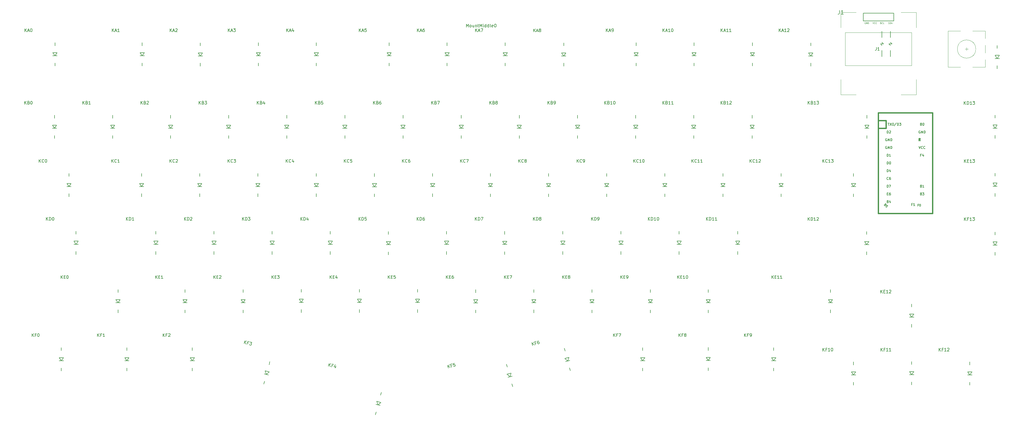
<source format=gbr>
%TF.GenerationSoftware,KiCad,Pcbnew,(5.1.6)-1*%
%TF.CreationDate,2021-09-12T01:22:44+02:00*%
%TF.ProjectId,Kanagawa,4b616e61-6761-4776-912e-6b696361645f,rev?*%
%TF.SameCoordinates,Original*%
%TF.FileFunction,Legend,Top*%
%TF.FilePolarity,Positive*%
%FSLAX46Y46*%
G04 Gerber Fmt 4.6, Leading zero omitted, Abs format (unit mm)*
G04 Created by KiCad (PCBNEW (5.1.6)-1) date 2021-09-12 01:22:44*
%MOMM*%
%LPD*%
G01*
G04 APERTURE LIST*
%ADD10C,0.381000*%
%ADD11C,0.150000*%
%ADD12C,0.120000*%
%ADD13C,0.100000*%
G04 APERTURE END LIST*
D10*
%TO.C,U0*%
X345040000Y-116350000D02*
X345040000Y-146830000D01*
X345040000Y-146830000D02*
X362820000Y-146830000D01*
X362820000Y-146830000D02*
X362820000Y-116350000D01*
X347580000Y-116350000D02*
X347580000Y-118890000D01*
X347580000Y-118890000D02*
X345040000Y-118890000D01*
D11*
G36*
X358861568Y-122229360D02*
G01*
X358861568Y-122529360D01*
X358761568Y-122529360D01*
X358761568Y-122229360D01*
X358861568Y-122229360D01*
G37*
X358861568Y-122229360D02*
X358861568Y-122529360D01*
X358761568Y-122529360D01*
X358761568Y-122229360D01*
X358861568Y-122229360D01*
G36*
X358661568Y-122629360D02*
G01*
X358661568Y-122729360D01*
X358561568Y-122729360D01*
X358561568Y-122629360D01*
X358661568Y-122629360D01*
G37*
X358661568Y-122629360D02*
X358661568Y-122729360D01*
X358561568Y-122729360D01*
X358561568Y-122629360D01*
X358661568Y-122629360D01*
G36*
X358861568Y-122229360D02*
G01*
X358861568Y-122329360D01*
X358361568Y-122329360D01*
X358361568Y-122229360D01*
X358861568Y-122229360D01*
G37*
X358861568Y-122229360D02*
X358861568Y-122329360D01*
X358361568Y-122329360D01*
X358361568Y-122229360D01*
X358861568Y-122229360D01*
G36*
X358461568Y-122229360D02*
G01*
X358461568Y-123029360D01*
X358361568Y-123029360D01*
X358361568Y-122229360D01*
X358461568Y-122229360D01*
G37*
X358461568Y-122229360D02*
X358461568Y-123029360D01*
X358361568Y-123029360D01*
X358361568Y-122229360D01*
X358461568Y-122229360D01*
G36*
X358861568Y-122829360D02*
G01*
X358861568Y-123029360D01*
X358761568Y-123029360D01*
X358761568Y-122829360D01*
X358861568Y-122829360D01*
G37*
X358861568Y-122829360D02*
X358861568Y-123029360D01*
X358761568Y-123029360D01*
X358761568Y-122829360D01*
X358861568Y-122829360D01*
D10*
X362820000Y-116350000D02*
X362820000Y-113810000D01*
X362820000Y-113810000D02*
X345040000Y-113810000D01*
X345040000Y-113810000D02*
X345040000Y-116350000D01*
X347580000Y-116350000D02*
X345040000Y-116350000D01*
D12*
%TO.C,SW99*%
X373470000Y-92920000D02*
X374470000Y-92920000D01*
X373970000Y-92420000D02*
X373970000Y-93420000D01*
X380070000Y-96420000D02*
X380070000Y-98820000D01*
X380070000Y-91620000D02*
X380070000Y-94220000D01*
X380070000Y-87020000D02*
X380070000Y-89420000D01*
X367870000Y-87020000D02*
X367870000Y-98820000D01*
X371970000Y-87020000D02*
X367870000Y-87020000D01*
X371970000Y-98820000D02*
X367870000Y-98820000D01*
X380070000Y-98820000D02*
X375970000Y-98820000D01*
X375970000Y-87020000D02*
X380070000Y-87020000D01*
X376970000Y-92920000D02*
G75*
G03*
X376970000Y-92920000I-3000000J0D01*
G01*
D11*
%TO.C,DA0*%
X75250000Y-98430000D02*
X75250000Y-97460000D01*
X75250000Y-91780000D02*
X75250000Y-90810000D01*
X75950000Y-95140000D02*
X74550000Y-95140000D01*
X75950000Y-94100000D02*
X75250000Y-95140000D01*
X74550000Y-94100000D02*
X75950000Y-94100000D01*
X75250000Y-95140000D02*
X74550000Y-94100000D01*
%TO.C,DA1*%
X103850000Y-98430000D02*
X103850000Y-97460000D01*
X103850000Y-91780000D02*
X103850000Y-90810000D01*
X104550000Y-95140000D02*
X103150000Y-95140000D01*
X104550000Y-94100000D02*
X103850000Y-95140000D01*
X103150000Y-94100000D02*
X104550000Y-94100000D01*
X103850000Y-95140000D02*
X103150000Y-94100000D01*
%TO.C,DA2*%
X122900000Y-98480000D02*
X122900000Y-97510000D01*
X122900000Y-91830000D02*
X122900000Y-90860000D01*
X123600000Y-95190000D02*
X122200000Y-95190000D01*
X123600000Y-94150000D02*
X122900000Y-95190000D01*
X122200000Y-94150000D02*
X123600000Y-94150000D01*
X122900000Y-95190000D02*
X122200000Y-94150000D01*
%TO.C,DA3*%
X141900000Y-98430000D02*
X141900000Y-97460000D01*
X141900000Y-91780000D02*
X141900000Y-90810000D01*
X142600000Y-95140000D02*
X141200000Y-95140000D01*
X142600000Y-94100000D02*
X141900000Y-95140000D01*
X141200000Y-94100000D02*
X142600000Y-94100000D01*
X141900000Y-95140000D02*
X141200000Y-94100000D01*
%TO.C,DA4*%
X160900000Y-98430000D02*
X160900000Y-97460000D01*
X160900000Y-91780000D02*
X160900000Y-90810000D01*
X161600000Y-95140000D02*
X160200000Y-95140000D01*
X161600000Y-94100000D02*
X160900000Y-95140000D01*
X160200000Y-94100000D02*
X161600000Y-94100000D01*
X160900000Y-95140000D02*
X160200000Y-94100000D01*
%TO.C,DA5*%
X184750000Y-98430000D02*
X184750000Y-97460000D01*
X184750000Y-91780000D02*
X184750000Y-90810000D01*
X185450000Y-95140000D02*
X184050000Y-95140000D01*
X185450000Y-94100000D02*
X184750000Y-95140000D01*
X184050000Y-94100000D02*
X185450000Y-94100000D01*
X184750000Y-95140000D02*
X184050000Y-94100000D01*
%TO.C,DA6*%
X203750000Y-98430000D02*
X203750000Y-97460000D01*
X203750000Y-91780000D02*
X203750000Y-90810000D01*
X204450000Y-95140000D02*
X203050000Y-95140000D01*
X204450000Y-94100000D02*
X203750000Y-95140000D01*
X203050000Y-94100000D02*
X204450000Y-94100000D01*
X203750000Y-95140000D02*
X203050000Y-94100000D01*
%TO.C,DA7*%
X222800000Y-98430000D02*
X222800000Y-97460000D01*
X222800000Y-91780000D02*
X222800000Y-90810000D01*
X223500000Y-95140000D02*
X222100000Y-95140000D01*
X223500000Y-94100000D02*
X222800000Y-95140000D01*
X222100000Y-94100000D02*
X223500000Y-94100000D01*
X222800000Y-95140000D02*
X222100000Y-94100000D01*
%TO.C,DA8*%
X241950000Y-98480000D02*
X241950000Y-97510000D01*
X241950000Y-91830000D02*
X241950000Y-90860000D01*
X242650000Y-95190000D02*
X241250000Y-95190000D01*
X242650000Y-94150000D02*
X241950000Y-95190000D01*
X241250000Y-94150000D02*
X242650000Y-94150000D01*
X241950000Y-95190000D02*
X241250000Y-94150000D01*
%TO.C,DA9*%
X265700000Y-98430000D02*
X265700000Y-97460000D01*
X265700000Y-91780000D02*
X265700000Y-90810000D01*
X266400000Y-95140000D02*
X265000000Y-95140000D01*
X266400000Y-94100000D02*
X265700000Y-95140000D01*
X265000000Y-94100000D02*
X266400000Y-94100000D01*
X265700000Y-95140000D02*
X265000000Y-94100000D01*
%TO.C,DA10*%
X284650000Y-98430000D02*
X284650000Y-97460000D01*
X284650000Y-91780000D02*
X284650000Y-90810000D01*
X285350000Y-95140000D02*
X283950000Y-95140000D01*
X285350000Y-94100000D02*
X284650000Y-95140000D01*
X283950000Y-94100000D02*
X285350000Y-94100000D01*
X284650000Y-95140000D02*
X283950000Y-94100000D01*
%TO.C,DA11*%
X303800000Y-98430000D02*
X303800000Y-97460000D01*
X303800000Y-91780000D02*
X303800000Y-90810000D01*
X304500000Y-95140000D02*
X303100000Y-95140000D01*
X304500000Y-94100000D02*
X303800000Y-95140000D01*
X303100000Y-94100000D02*
X304500000Y-94100000D01*
X303800000Y-95140000D02*
X303100000Y-94100000D01*
%TO.C,DA12*%
X322900000Y-98480000D02*
X322900000Y-97510000D01*
X322900000Y-91830000D02*
X322900000Y-90860000D01*
X323600000Y-95190000D02*
X322200000Y-95190000D01*
X323600000Y-94150000D02*
X322900000Y-95190000D01*
X322200000Y-94150000D02*
X323600000Y-94150000D01*
X322900000Y-95190000D02*
X322200000Y-94150000D01*
%TO.C,DB0*%
X75100000Y-122230000D02*
X75100000Y-121260000D01*
X75100000Y-115580000D02*
X75100000Y-114610000D01*
X75800000Y-118940000D02*
X74400000Y-118940000D01*
X75800000Y-117900000D02*
X75100000Y-118940000D01*
X74400000Y-117900000D02*
X75800000Y-117900000D01*
X75100000Y-118940000D02*
X74400000Y-117900000D01*
%TO.C,DB1*%
X94150000Y-122230000D02*
X94150000Y-121260000D01*
X94150000Y-115580000D02*
X94150000Y-114610000D01*
X94850000Y-118940000D02*
X93450000Y-118940000D01*
X94850000Y-117900000D02*
X94150000Y-118940000D01*
X93450000Y-117900000D02*
X94850000Y-117900000D01*
X94150000Y-118940000D02*
X93450000Y-117900000D01*
%TO.C,DB2*%
X113150000Y-122230000D02*
X113150000Y-121260000D01*
X113150000Y-115580000D02*
X113150000Y-114610000D01*
X113850000Y-118940000D02*
X112450000Y-118940000D01*
X113850000Y-117900000D02*
X113150000Y-118940000D01*
X112450000Y-117900000D02*
X113850000Y-117900000D01*
X113150000Y-118940000D02*
X112450000Y-117900000D01*
%TO.C,DB3*%
X132150000Y-122230000D02*
X132150000Y-121260000D01*
X132150000Y-115580000D02*
X132150000Y-114610000D01*
X132850000Y-118940000D02*
X131450000Y-118940000D01*
X132850000Y-117900000D02*
X132150000Y-118940000D01*
X131450000Y-117900000D02*
X132850000Y-117900000D01*
X132150000Y-118940000D02*
X131450000Y-117900000D01*
%TO.C,DB4*%
X151200000Y-122230000D02*
X151200000Y-121260000D01*
X151200000Y-115580000D02*
X151200000Y-114610000D01*
X151900000Y-118940000D02*
X150500000Y-118940000D01*
X151900000Y-117900000D02*
X151200000Y-118940000D01*
X150500000Y-117900000D02*
X151900000Y-117900000D01*
X151200000Y-118940000D02*
X150500000Y-117900000D01*
%TO.C,DB5*%
X170250000Y-122230000D02*
X170250000Y-121260000D01*
X170250000Y-115580000D02*
X170250000Y-114610000D01*
X170950000Y-118940000D02*
X169550000Y-118940000D01*
X170950000Y-117900000D02*
X170250000Y-118940000D01*
X169550000Y-117900000D02*
X170950000Y-117900000D01*
X170250000Y-118940000D02*
X169550000Y-117900000D01*
%TO.C,DB6*%
X189300000Y-122230000D02*
X189300000Y-121260000D01*
X189300000Y-115580000D02*
X189300000Y-114610000D01*
X190000000Y-118940000D02*
X188600000Y-118940000D01*
X190000000Y-117900000D02*
X189300000Y-118940000D01*
X188600000Y-117900000D02*
X190000000Y-117900000D01*
X189300000Y-118940000D02*
X188600000Y-117900000D01*
%TO.C,DB7*%
X208400000Y-122230000D02*
X208400000Y-121260000D01*
X208400000Y-115580000D02*
X208400000Y-114610000D01*
X209100000Y-118940000D02*
X207700000Y-118940000D01*
X209100000Y-117900000D02*
X208400000Y-118940000D01*
X207700000Y-117900000D02*
X209100000Y-117900000D01*
X208400000Y-118940000D02*
X207700000Y-117900000D01*
%TO.C,DB8*%
X227400000Y-122230000D02*
X227400000Y-121260000D01*
X227400000Y-115580000D02*
X227400000Y-114610000D01*
X228100000Y-118940000D02*
X226700000Y-118940000D01*
X228100000Y-117900000D02*
X227400000Y-118940000D01*
X226700000Y-117900000D02*
X228100000Y-117900000D01*
X227400000Y-118940000D02*
X226700000Y-117900000D01*
%TO.C,DB9*%
X246500000Y-122230000D02*
X246500000Y-121260000D01*
X246500000Y-115580000D02*
X246500000Y-114610000D01*
X247200000Y-118940000D02*
X245800000Y-118940000D01*
X247200000Y-117900000D02*
X246500000Y-118940000D01*
X245800000Y-117900000D02*
X247200000Y-117900000D01*
X246500000Y-118940000D02*
X245800000Y-117900000D01*
%TO.C,DB10*%
X265550000Y-122230000D02*
X265550000Y-121260000D01*
X265550000Y-115580000D02*
X265550000Y-114610000D01*
X266250000Y-118940000D02*
X264850000Y-118940000D01*
X266250000Y-117900000D02*
X265550000Y-118940000D01*
X264850000Y-117900000D02*
X266250000Y-117900000D01*
X265550000Y-118940000D02*
X264850000Y-117900000D01*
%TO.C,DB11*%
X284550000Y-122230000D02*
X284550000Y-121260000D01*
X284550000Y-115580000D02*
X284550000Y-114610000D01*
X285250000Y-118940000D02*
X283850000Y-118940000D01*
X285250000Y-117900000D02*
X284550000Y-118940000D01*
X283850000Y-117900000D02*
X285250000Y-117900000D01*
X284550000Y-118940000D02*
X283850000Y-117900000D01*
%TO.C,DB12*%
X303700000Y-122230000D02*
X303700000Y-121260000D01*
X303700000Y-115580000D02*
X303700000Y-114610000D01*
X304400000Y-118940000D02*
X303000000Y-118940000D01*
X304400000Y-117900000D02*
X303700000Y-118940000D01*
X303000000Y-117900000D02*
X304400000Y-117900000D01*
X303700000Y-118940000D02*
X303000000Y-117900000D01*
%TO.C,DB13*%
X341290000Y-122220000D02*
X341290000Y-121250000D01*
X341290000Y-115570000D02*
X341290000Y-114600000D01*
X341990000Y-118930000D02*
X340590000Y-118930000D01*
X341990000Y-117890000D02*
X341290000Y-118930000D01*
X340590000Y-117890000D02*
X341990000Y-117890000D01*
X341290000Y-118930000D02*
X340590000Y-117890000D01*
%TO.C,DC0*%
X79850000Y-141330000D02*
X79850000Y-140360000D01*
X79850000Y-134680000D02*
X79850000Y-133710000D01*
X80550000Y-138040000D02*
X79150000Y-138040000D01*
X80550000Y-137000000D02*
X79850000Y-138040000D01*
X79150000Y-137000000D02*
X80550000Y-137000000D01*
X79850000Y-138040000D02*
X79150000Y-137000000D01*
%TO.C,DC1*%
X103650000Y-141330000D02*
X103650000Y-140360000D01*
X103650000Y-134680000D02*
X103650000Y-133710000D01*
X104350000Y-138040000D02*
X102950000Y-138040000D01*
X104350000Y-137000000D02*
X103650000Y-138040000D01*
X102950000Y-137000000D02*
X104350000Y-137000000D01*
X103650000Y-138040000D02*
X102950000Y-137000000D01*
%TO.C,DC2*%
X122700000Y-141330000D02*
X122700000Y-140360000D01*
X122700000Y-134680000D02*
X122700000Y-133710000D01*
X123400000Y-138040000D02*
X122000000Y-138040000D01*
X123400000Y-137000000D02*
X122700000Y-138040000D01*
X122000000Y-137000000D02*
X123400000Y-137000000D01*
X122700000Y-138040000D02*
X122000000Y-137000000D01*
%TO.C,DC3*%
X141750000Y-141330000D02*
X141750000Y-140360000D01*
X141750000Y-134680000D02*
X141750000Y-133710000D01*
X142450000Y-138040000D02*
X141050000Y-138040000D01*
X142450000Y-137000000D02*
X141750000Y-138040000D01*
X141050000Y-137000000D02*
X142450000Y-137000000D01*
X141750000Y-138040000D02*
X141050000Y-137000000D01*
%TO.C,DC4*%
X160900000Y-141330000D02*
X160900000Y-140360000D01*
X160900000Y-134680000D02*
X160900000Y-133710000D01*
X161600000Y-138040000D02*
X160200000Y-138040000D01*
X161600000Y-137000000D02*
X160900000Y-138040000D01*
X160200000Y-137000000D02*
X161600000Y-137000000D01*
X160900000Y-138040000D02*
X160200000Y-137000000D01*
%TO.C,DC5*%
X179950000Y-141380000D02*
X179950000Y-140410000D01*
X179950000Y-134730000D02*
X179950000Y-133760000D01*
X180650000Y-138090000D02*
X179250000Y-138090000D01*
X180650000Y-137050000D02*
X179950000Y-138090000D01*
X179250000Y-137050000D02*
X180650000Y-137050000D01*
X179950000Y-138090000D02*
X179250000Y-137050000D01*
%TO.C,DC6*%
X199000000Y-141330000D02*
X199000000Y-140360000D01*
X199000000Y-134680000D02*
X199000000Y-133710000D01*
X199700000Y-138040000D02*
X198300000Y-138040000D01*
X199700000Y-137000000D02*
X199000000Y-138040000D01*
X198300000Y-137000000D02*
X199700000Y-137000000D01*
X199000000Y-138040000D02*
X198300000Y-137000000D01*
%TO.C,DC7*%
X217932000Y-141351000D02*
X217932000Y-140381000D01*
X217932000Y-134701000D02*
X217932000Y-133731000D01*
X218632000Y-138061000D02*
X217232000Y-138061000D01*
X218632000Y-137021000D02*
X217932000Y-138061000D01*
X217232000Y-137021000D02*
X218632000Y-137021000D01*
X217932000Y-138061000D02*
X217232000Y-137021000D01*
%TO.C,DC8*%
X236982000Y-141351000D02*
X236982000Y-140381000D01*
X236982000Y-134701000D02*
X236982000Y-133731000D01*
X237682000Y-138061000D02*
X236282000Y-138061000D01*
X237682000Y-137021000D02*
X236982000Y-138061000D01*
X236282000Y-137021000D02*
X237682000Y-137021000D01*
X236982000Y-138061000D02*
X236282000Y-137021000D01*
%TO.C,DC9*%
X256032000Y-141351000D02*
X256032000Y-140381000D01*
X256032000Y-134701000D02*
X256032000Y-133731000D01*
X256732000Y-138061000D02*
X255332000Y-138061000D01*
X256732000Y-137021000D02*
X256032000Y-138061000D01*
X255332000Y-137021000D02*
X256732000Y-137021000D01*
X256032000Y-138061000D02*
X255332000Y-137021000D01*
%TO.C,DC10*%
X275082000Y-141351000D02*
X275082000Y-140381000D01*
X275082000Y-134701000D02*
X275082000Y-133731000D01*
X275782000Y-138061000D02*
X274382000Y-138061000D01*
X275782000Y-137021000D02*
X275082000Y-138061000D01*
X274382000Y-137021000D02*
X275782000Y-137021000D01*
X275082000Y-138061000D02*
X274382000Y-137021000D01*
%TO.C,DC11*%
X294132000Y-141351000D02*
X294132000Y-140381000D01*
X294132000Y-134701000D02*
X294132000Y-133731000D01*
X294832000Y-138061000D02*
X293432000Y-138061000D01*
X294832000Y-137021000D02*
X294132000Y-138061000D01*
X293432000Y-137021000D02*
X294832000Y-137021000D01*
X294132000Y-138061000D02*
X293432000Y-137021000D01*
%TO.C,DC12*%
X313182000Y-141351000D02*
X313182000Y-140381000D01*
X313182000Y-134701000D02*
X313182000Y-133731000D01*
X313882000Y-138061000D02*
X312482000Y-138061000D01*
X313882000Y-137021000D02*
X313182000Y-138061000D01*
X312482000Y-137021000D02*
X313882000Y-137021000D01*
X313182000Y-138061000D02*
X312482000Y-137021000D01*
%TO.C,DC13*%
X336931000Y-141351000D02*
X336931000Y-140381000D01*
X336931000Y-134701000D02*
X336931000Y-133731000D01*
X337631000Y-138061000D02*
X336231000Y-138061000D01*
X337631000Y-137021000D02*
X336931000Y-138061000D01*
X336231000Y-137021000D02*
X337631000Y-137021000D01*
X336931000Y-138061000D02*
X336231000Y-137021000D01*
%TO.C,DD0*%
X82169000Y-160274000D02*
X82169000Y-159304000D01*
X82169000Y-153624000D02*
X82169000Y-152654000D01*
X82869000Y-156984000D02*
X81469000Y-156984000D01*
X82869000Y-155944000D02*
X82169000Y-156984000D01*
X81469000Y-155944000D02*
X82869000Y-155944000D01*
X82169000Y-156984000D02*
X81469000Y-155944000D01*
%TO.C,DD1*%
X108331000Y-160274000D02*
X108331000Y-159304000D01*
X108331000Y-153624000D02*
X108331000Y-152654000D01*
X109031000Y-156984000D02*
X107631000Y-156984000D01*
X109031000Y-155944000D02*
X108331000Y-156984000D01*
X107631000Y-155944000D02*
X109031000Y-155944000D01*
X108331000Y-156984000D02*
X107631000Y-155944000D01*
%TO.C,DD2*%
X127381000Y-160274000D02*
X127381000Y-159304000D01*
X127381000Y-153624000D02*
X127381000Y-152654000D01*
X128081000Y-156984000D02*
X126681000Y-156984000D01*
X128081000Y-155944000D02*
X127381000Y-156984000D01*
X126681000Y-155944000D02*
X128081000Y-155944000D01*
X127381000Y-156984000D02*
X126681000Y-155944000D01*
%TO.C,DD3*%
X146431000Y-160274000D02*
X146431000Y-159304000D01*
X146431000Y-153624000D02*
X146431000Y-152654000D01*
X147131000Y-156984000D02*
X145731000Y-156984000D01*
X147131000Y-155944000D02*
X146431000Y-156984000D01*
X145731000Y-155944000D02*
X147131000Y-155944000D01*
X146431000Y-156984000D02*
X145731000Y-155944000D01*
%TO.C,DD4*%
X165481000Y-160274000D02*
X165481000Y-159304000D01*
X165481000Y-153624000D02*
X165481000Y-152654000D01*
X166181000Y-156984000D02*
X164781000Y-156984000D01*
X166181000Y-155944000D02*
X165481000Y-156984000D01*
X164781000Y-155944000D02*
X166181000Y-155944000D01*
X165481000Y-156984000D02*
X164781000Y-155944000D01*
%TO.C,DD5*%
X184531000Y-160401000D02*
X184531000Y-159431000D01*
X184531000Y-153751000D02*
X184531000Y-152781000D01*
X185231000Y-157111000D02*
X183831000Y-157111000D01*
X185231000Y-156071000D02*
X184531000Y-157111000D01*
X183831000Y-156071000D02*
X185231000Y-156071000D01*
X184531000Y-157111000D02*
X183831000Y-156071000D01*
%TO.C,DD6*%
X203581000Y-160274000D02*
X203581000Y-159304000D01*
X203581000Y-153624000D02*
X203581000Y-152654000D01*
X204281000Y-156984000D02*
X202881000Y-156984000D01*
X204281000Y-155944000D02*
X203581000Y-156984000D01*
X202881000Y-155944000D02*
X204281000Y-155944000D01*
X203581000Y-156984000D02*
X202881000Y-155944000D01*
%TO.C,DD7*%
X222631000Y-160330000D02*
X222631000Y-159360000D01*
X222631000Y-153680000D02*
X222631000Y-152710000D01*
X223331000Y-157040000D02*
X221931000Y-157040000D01*
X223331000Y-156000000D02*
X222631000Y-157040000D01*
X221931000Y-156000000D02*
X223331000Y-156000000D01*
X222631000Y-157040000D02*
X221931000Y-156000000D01*
%TO.C,DD8*%
X241681000Y-160274000D02*
X241681000Y-159304000D01*
X241681000Y-153624000D02*
X241681000Y-152654000D01*
X242381000Y-156984000D02*
X240981000Y-156984000D01*
X242381000Y-155944000D02*
X241681000Y-156984000D01*
X240981000Y-155944000D02*
X242381000Y-155944000D01*
X241681000Y-156984000D02*
X240981000Y-155944000D01*
%TO.C,DD9*%
X260731000Y-160274000D02*
X260731000Y-159304000D01*
X260731000Y-153624000D02*
X260731000Y-152654000D01*
X261431000Y-156984000D02*
X260031000Y-156984000D01*
X261431000Y-155944000D02*
X260731000Y-156984000D01*
X260031000Y-155944000D02*
X261431000Y-155944000D01*
X260731000Y-156984000D02*
X260031000Y-155944000D01*
%TO.C,DD10*%
X279781000Y-160274000D02*
X279781000Y-159304000D01*
X279781000Y-153624000D02*
X279781000Y-152654000D01*
X280481000Y-156984000D02*
X279081000Y-156984000D01*
X280481000Y-155944000D02*
X279781000Y-156984000D01*
X279081000Y-155944000D02*
X280481000Y-155944000D01*
X279781000Y-156984000D02*
X279081000Y-155944000D01*
%TO.C,DD11*%
X298958000Y-160280000D02*
X298958000Y-159310000D01*
X298958000Y-153630000D02*
X298958000Y-152660000D01*
X299658000Y-156990000D02*
X298258000Y-156990000D01*
X299658000Y-155950000D02*
X298958000Y-156990000D01*
X298258000Y-155950000D02*
X299658000Y-155950000D01*
X298958000Y-156990000D02*
X298258000Y-155950000D01*
%TO.C,DD12*%
X341240000Y-160380000D02*
X341240000Y-159410000D01*
X341240000Y-153730000D02*
X341240000Y-152760000D01*
X341940000Y-157090000D02*
X340540000Y-157090000D01*
X341940000Y-156050000D02*
X341240000Y-157090000D01*
X340540000Y-156050000D02*
X341940000Y-156050000D01*
X341240000Y-157090000D02*
X340540000Y-156050000D01*
%TO.C,DD13*%
X383318000Y-122174000D02*
X383318000Y-121204000D01*
X383318000Y-115524000D02*
X383318000Y-114554000D01*
X384018000Y-118884000D02*
X382618000Y-118884000D01*
X384018000Y-117844000D02*
X383318000Y-118884000D01*
X382618000Y-117844000D02*
X384018000Y-117844000D01*
X383318000Y-118884000D02*
X382618000Y-117844000D01*
%TO.C,DE0*%
X95910000Y-179430000D02*
X95910000Y-178460000D01*
X95910000Y-172780000D02*
X95910000Y-171810000D01*
X96610000Y-176140000D02*
X95210000Y-176140000D01*
X96610000Y-175100000D02*
X95910000Y-176140000D01*
X95210000Y-175100000D02*
X96610000Y-175100000D01*
X95910000Y-176140000D02*
X95210000Y-175100000D01*
%TO.C,DE1*%
X117856000Y-179451000D02*
X117856000Y-178481000D01*
X117856000Y-172801000D02*
X117856000Y-171831000D01*
X118556000Y-176161000D02*
X117156000Y-176161000D01*
X118556000Y-175121000D02*
X117856000Y-176161000D01*
X117156000Y-175121000D02*
X118556000Y-175121000D01*
X117856000Y-176161000D02*
X117156000Y-175121000D01*
%TO.C,DE2*%
X136906000Y-179451000D02*
X136906000Y-178481000D01*
X136906000Y-172801000D02*
X136906000Y-171831000D01*
X137606000Y-176161000D02*
X136206000Y-176161000D01*
X137606000Y-175121000D02*
X136906000Y-176161000D01*
X136206000Y-175121000D02*
X137606000Y-175121000D01*
X136906000Y-176161000D02*
X136206000Y-175121000D01*
%TO.C,DE3*%
X155956000Y-179324000D02*
X155956000Y-178354000D01*
X155956000Y-172674000D02*
X155956000Y-171704000D01*
X156656000Y-176034000D02*
X155256000Y-176034000D01*
X156656000Y-174994000D02*
X155956000Y-176034000D01*
X155256000Y-174994000D02*
X156656000Y-174994000D01*
X155956000Y-176034000D02*
X155256000Y-174994000D01*
%TO.C,DE4*%
X175006000Y-179324000D02*
X175006000Y-178354000D01*
X175006000Y-172674000D02*
X175006000Y-171704000D01*
X175706000Y-176034000D02*
X174306000Y-176034000D01*
X175706000Y-174994000D02*
X175006000Y-176034000D01*
X174306000Y-174994000D02*
X175706000Y-174994000D01*
X175006000Y-176034000D02*
X174306000Y-174994000D01*
%TO.C,DE5*%
X194056000Y-179324000D02*
X194056000Y-178354000D01*
X194056000Y-172674000D02*
X194056000Y-171704000D01*
X194756000Y-176034000D02*
X193356000Y-176034000D01*
X194756000Y-174994000D02*
X194056000Y-176034000D01*
X193356000Y-174994000D02*
X194756000Y-174994000D01*
X194056000Y-176034000D02*
X193356000Y-174994000D01*
%TO.C,DE6*%
X213106000Y-179480000D02*
X213106000Y-178510000D01*
X213106000Y-172830000D02*
X213106000Y-171860000D01*
X213806000Y-176190000D02*
X212406000Y-176190000D01*
X213806000Y-175150000D02*
X213106000Y-176190000D01*
X212406000Y-175150000D02*
X213806000Y-175150000D01*
X213106000Y-176190000D02*
X212406000Y-175150000D01*
%TO.C,DE7*%
X232156000Y-179430000D02*
X232156000Y-178460000D01*
X232156000Y-172780000D02*
X232156000Y-171810000D01*
X232856000Y-176140000D02*
X231456000Y-176140000D01*
X232856000Y-175100000D02*
X232156000Y-176140000D01*
X231456000Y-175100000D02*
X232856000Y-175100000D01*
X232156000Y-176140000D02*
X231456000Y-175100000D01*
%TO.C,DE8*%
X251206000Y-179451000D02*
X251206000Y-178481000D01*
X251206000Y-172801000D02*
X251206000Y-171831000D01*
X251906000Y-176161000D02*
X250506000Y-176161000D01*
X251906000Y-175121000D02*
X251206000Y-176161000D01*
X250506000Y-175121000D02*
X251906000Y-175121000D01*
X251206000Y-176161000D02*
X250506000Y-175121000D01*
%TO.C,DE9*%
X270350000Y-179451000D02*
X270350000Y-178481000D01*
X270350000Y-172801000D02*
X270350000Y-171831000D01*
X271050000Y-176161000D02*
X269650000Y-176161000D01*
X271050000Y-175121000D02*
X270350000Y-176161000D01*
X269650000Y-175121000D02*
X271050000Y-175121000D01*
X270350000Y-176161000D02*
X269650000Y-175121000D01*
%TO.C,DE10*%
X289306000Y-179451000D02*
X289306000Y-178481000D01*
X289306000Y-172801000D02*
X289306000Y-171831000D01*
X290006000Y-176161000D02*
X288606000Y-176161000D01*
X290006000Y-175121000D02*
X289306000Y-176161000D01*
X288606000Y-175121000D02*
X290006000Y-175121000D01*
X289306000Y-176161000D02*
X288606000Y-175121000D01*
%TO.C,DE11*%
X329370000Y-179430000D02*
X329370000Y-178460000D01*
X329370000Y-172780000D02*
X329370000Y-171810000D01*
X330070000Y-176140000D02*
X328670000Y-176140000D01*
X330070000Y-175100000D02*
X329370000Y-176140000D01*
X328670000Y-175100000D02*
X330070000Y-175100000D01*
X329370000Y-176140000D02*
X328670000Y-175100000D01*
%TO.C,DE12*%
X355981000Y-184180000D02*
X355981000Y-183210000D01*
X355981000Y-177530000D02*
X355981000Y-176560000D01*
X356681000Y-180890000D02*
X355281000Y-180890000D01*
X356681000Y-179850000D02*
X355981000Y-180890000D01*
X355281000Y-179850000D02*
X356681000Y-179850000D01*
X355981000Y-180890000D02*
X355281000Y-179850000D01*
%TO.C,DF0*%
X77343000Y-198501000D02*
X77343000Y-197531000D01*
X77343000Y-191851000D02*
X77343000Y-190881000D01*
X78043000Y-195211000D02*
X76643000Y-195211000D01*
X78043000Y-194171000D02*
X77343000Y-195211000D01*
X76643000Y-194171000D02*
X78043000Y-194171000D01*
X77343000Y-195211000D02*
X76643000Y-194171000D01*
%TO.C,DF1*%
X98806000Y-198501000D02*
X98806000Y-197531000D01*
X98806000Y-191851000D02*
X98806000Y-190881000D01*
X99506000Y-195211000D02*
X98106000Y-195211000D01*
X99506000Y-194171000D02*
X98806000Y-195211000D01*
X98106000Y-194171000D02*
X99506000Y-194171000D01*
X98806000Y-195211000D02*
X98106000Y-194171000D01*
%TO.C,DF2*%
X120269000Y-198501000D02*
X120269000Y-197531000D01*
X120269000Y-191851000D02*
X120269000Y-190881000D01*
X120969000Y-195211000D02*
X119569000Y-195211000D01*
X120969000Y-194171000D02*
X120269000Y-195211000D01*
X119569000Y-194171000D02*
X120969000Y-194171000D01*
X120269000Y-195211000D02*
X119569000Y-194171000D01*
%TO.C,DF3*%
X143708700Y-202853274D02*
X143959755Y-201916326D01*
X145429847Y-196429867D02*
X145680901Y-195492919D01*
X145236363Y-199856552D02*
X143884067Y-199494205D01*
X145505535Y-198851989D02*
X144560215Y-199675378D01*
X144153239Y-198489642D02*
X145505535Y-198851989D01*
X144560215Y-199675378D02*
X144153239Y-198489642D01*
%TO.C,DF4*%
X180258700Y-212883274D02*
X180509755Y-211946326D01*
X181979847Y-206459867D02*
X182230901Y-205522919D01*
X181786363Y-209886552D02*
X180434067Y-209524205D01*
X182055535Y-208881989D02*
X181110215Y-209705378D01*
X180703239Y-208519642D02*
X182055535Y-208881989D01*
X181110215Y-209705378D02*
X180703239Y-208519642D01*
%TO.C,DF5*%
X225201300Y-203643274D02*
X224950245Y-202706326D01*
X223480153Y-197219867D02*
X223229099Y-196282919D01*
X225025933Y-200284205D02*
X223673637Y-200646552D01*
X224756761Y-199279642D02*
X224349785Y-200465378D01*
X223404465Y-199641989D02*
X224756761Y-199279642D01*
X224349785Y-200465378D02*
X223404465Y-199641989D01*
%TO.C,DF6*%
X244111300Y-198433274D02*
X243860245Y-197496326D01*
X242390153Y-192009867D02*
X242139099Y-191072919D01*
X243935933Y-195074205D02*
X242583637Y-195436552D01*
X243666761Y-194069642D02*
X243259785Y-195255378D01*
X242314465Y-194431989D02*
X243666761Y-194069642D01*
X243259785Y-195255378D02*
X242314465Y-194431989D01*
%TO.C,DF7*%
X267843000Y-198501000D02*
X267843000Y-197531000D01*
X267843000Y-191851000D02*
X267843000Y-190881000D01*
X268543000Y-195211000D02*
X267143000Y-195211000D01*
X268543000Y-194171000D02*
X267843000Y-195211000D01*
X267143000Y-194171000D02*
X268543000Y-194171000D01*
X267843000Y-195211000D02*
X267143000Y-194171000D01*
%TO.C,DF8*%
X289306000Y-198430000D02*
X289306000Y-197460000D01*
X289306000Y-191780000D02*
X289306000Y-190810000D01*
X290006000Y-195140000D02*
X288606000Y-195140000D01*
X290006000Y-194100000D02*
X289306000Y-195140000D01*
X288606000Y-194100000D02*
X290006000Y-194100000D01*
X289306000Y-195140000D02*
X288606000Y-194100000D01*
%TO.C,DF9*%
X310769000Y-198501000D02*
X310769000Y-197531000D01*
X310769000Y-191851000D02*
X310769000Y-190881000D01*
X311469000Y-195211000D02*
X310069000Y-195211000D01*
X311469000Y-194171000D02*
X310769000Y-195211000D01*
X310069000Y-194171000D02*
X311469000Y-194171000D01*
X310769000Y-195211000D02*
X310069000Y-194171000D01*
%TO.C,DF10*%
X336931000Y-203180000D02*
X336931000Y-202210000D01*
X336931000Y-196530000D02*
X336931000Y-195560000D01*
X337631000Y-199890000D02*
X336231000Y-199890000D01*
X337631000Y-198850000D02*
X336931000Y-199890000D01*
X336231000Y-198850000D02*
X337631000Y-198850000D01*
X336931000Y-199890000D02*
X336231000Y-198850000D01*
%TO.C,DF11*%
X355981000Y-203073000D02*
X355981000Y-202103000D01*
X355981000Y-196423000D02*
X355981000Y-195453000D01*
X356681000Y-199783000D02*
X355281000Y-199783000D01*
X356681000Y-198743000D02*
X355981000Y-199783000D01*
X355281000Y-198743000D02*
X356681000Y-198743000D01*
X355981000Y-199783000D02*
X355281000Y-198743000D01*
%TO.C,DF12*%
X375031000Y-203180000D02*
X375031000Y-202210000D01*
X375031000Y-196530000D02*
X375031000Y-195560000D01*
X375731000Y-199890000D02*
X374331000Y-199890000D01*
X375731000Y-198850000D02*
X375031000Y-199890000D01*
X374331000Y-198850000D02*
X375731000Y-198850000D01*
X375031000Y-199890000D02*
X374331000Y-198850000D01*
%TO.C,R1*%
X349000000Y-87040000D02*
X349000000Y-89140000D01*
X349000000Y-93340000D02*
X349000000Y-95340000D01*
X348500000Y-91240000D02*
X349000000Y-91740000D01*
X349500000Y-91240000D02*
X348500000Y-91240000D01*
X349000000Y-90740000D02*
X349500000Y-91240000D01*
%TO.C,R2*%
X346250000Y-87040000D02*
X346250000Y-89140000D01*
X346250000Y-93340000D02*
X346250000Y-95340000D01*
X345750000Y-91240000D02*
X346250000Y-91740000D01*
X346750000Y-91240000D02*
X345750000Y-91240000D01*
X346250000Y-90740000D02*
X346750000Y-91240000D01*
%TO.C,DA13*%
X384000000Y-99320000D02*
X384000000Y-98350000D01*
X384000000Y-92670000D02*
X384000000Y-91700000D01*
X384700000Y-96030000D02*
X383300000Y-96030000D01*
X384700000Y-94990000D02*
X384000000Y-96030000D01*
X383300000Y-94990000D02*
X384700000Y-94990000D01*
X384000000Y-96030000D02*
X383300000Y-94990000D01*
%TO.C,DE13*%
X383318000Y-141224000D02*
X383318000Y-140254000D01*
X383318000Y-134574000D02*
X383318000Y-133604000D01*
X384018000Y-137934000D02*
X382618000Y-137934000D01*
X384018000Y-136894000D02*
X383318000Y-137934000D01*
X382618000Y-136894000D02*
X384018000Y-136894000D01*
X383318000Y-137934000D02*
X382618000Y-136894000D01*
%TO.C,DF13*%
X383318000Y-160528000D02*
X383318000Y-159558000D01*
X383318000Y-153878000D02*
X383318000Y-152908000D01*
X384018000Y-157238000D02*
X382618000Y-157238000D01*
X384018000Y-156198000D02*
X383318000Y-157238000D01*
X382618000Y-156198000D02*
X384018000Y-156198000D01*
X383318000Y-157238000D02*
X382618000Y-156198000D01*
%TO.C,J1*%
X340090000Y-83694000D02*
X350090000Y-83694000D01*
X340090000Y-81154000D02*
X350090000Y-81154000D01*
X340090000Y-83694000D02*
X340090000Y-81154000D01*
X350090000Y-81154000D02*
X350090000Y-83694000D01*
D12*
X332740000Y-80900000D02*
X337740000Y-80900000D01*
X357440000Y-107900000D02*
X357440000Y-102900000D01*
X334220000Y-87480000D02*
X334220000Y-98340000D01*
X334220000Y-98340000D02*
X355960000Y-98340000D01*
X334220000Y-87480000D02*
X355960000Y-87480000D01*
X332740000Y-107900000D02*
X332740000Y-102900000D01*
X332740000Y-107900000D02*
X337740000Y-107900000D01*
X357440000Y-107900000D02*
X352440000Y-107900000D01*
X352440000Y-80900000D02*
X357440000Y-80900000D01*
X357440000Y-80900000D02*
X357440000Y-85900000D01*
X332740000Y-85900000D02*
X332740000Y-80900000D01*
X355960000Y-87480000D02*
X355960000Y-98340000D01*
%TO.C,MountMiddle0*%
D11*
X210052857Y-85704380D02*
X210052857Y-84704380D01*
X210386190Y-85418666D01*
X210719523Y-84704380D01*
X210719523Y-85704380D01*
X211338571Y-85704380D02*
X211243333Y-85656761D01*
X211195714Y-85609142D01*
X211148095Y-85513904D01*
X211148095Y-85228190D01*
X211195714Y-85132952D01*
X211243333Y-85085333D01*
X211338571Y-85037714D01*
X211481428Y-85037714D01*
X211576666Y-85085333D01*
X211624285Y-85132952D01*
X211671904Y-85228190D01*
X211671904Y-85513904D01*
X211624285Y-85609142D01*
X211576666Y-85656761D01*
X211481428Y-85704380D01*
X211338571Y-85704380D01*
X212529047Y-85037714D02*
X212529047Y-85704380D01*
X212100476Y-85037714D02*
X212100476Y-85561523D01*
X212148095Y-85656761D01*
X212243333Y-85704380D01*
X212386190Y-85704380D01*
X212481428Y-85656761D01*
X212529047Y-85609142D01*
X213005238Y-85037714D02*
X213005238Y-85704380D01*
X213005238Y-85132952D02*
X213052857Y-85085333D01*
X213148095Y-85037714D01*
X213290952Y-85037714D01*
X213386190Y-85085333D01*
X213433809Y-85180571D01*
X213433809Y-85704380D01*
X213767142Y-85037714D02*
X214148095Y-85037714D01*
X213910000Y-84704380D02*
X213910000Y-85561523D01*
X213957619Y-85656761D01*
X214052857Y-85704380D01*
X214148095Y-85704380D01*
X214481428Y-85704380D02*
X214481428Y-84704380D01*
X214814761Y-85418666D01*
X215148095Y-84704380D01*
X215148095Y-85704380D01*
X215624285Y-85704380D02*
X215624285Y-85037714D01*
X215624285Y-84704380D02*
X215576666Y-84752000D01*
X215624285Y-84799619D01*
X215671904Y-84752000D01*
X215624285Y-84704380D01*
X215624285Y-84799619D01*
X216529047Y-85704380D02*
X216529047Y-84704380D01*
X216529047Y-85656761D02*
X216433809Y-85704380D01*
X216243333Y-85704380D01*
X216148095Y-85656761D01*
X216100476Y-85609142D01*
X216052857Y-85513904D01*
X216052857Y-85228190D01*
X216100476Y-85132952D01*
X216148095Y-85085333D01*
X216243333Y-85037714D01*
X216433809Y-85037714D01*
X216529047Y-85085333D01*
X217433809Y-85704380D02*
X217433809Y-84704380D01*
X217433809Y-85656761D02*
X217338571Y-85704380D01*
X217148095Y-85704380D01*
X217052857Y-85656761D01*
X217005238Y-85609142D01*
X216957619Y-85513904D01*
X216957619Y-85228190D01*
X217005238Y-85132952D01*
X217052857Y-85085333D01*
X217148095Y-85037714D01*
X217338571Y-85037714D01*
X217433809Y-85085333D01*
X218052857Y-85704380D02*
X217957619Y-85656761D01*
X217910000Y-85561523D01*
X217910000Y-84704380D01*
X218814761Y-85656761D02*
X218719523Y-85704380D01*
X218529047Y-85704380D01*
X218433809Y-85656761D01*
X218386190Y-85561523D01*
X218386190Y-85180571D01*
X218433809Y-85085333D01*
X218529047Y-85037714D01*
X218719523Y-85037714D01*
X218814761Y-85085333D01*
X218862380Y-85180571D01*
X218862380Y-85275809D01*
X218386190Y-85371047D01*
X219481428Y-84704380D02*
X219576666Y-84704380D01*
X219671904Y-84752000D01*
X219719523Y-84799619D01*
X219767142Y-84894857D01*
X219814761Y-85085333D01*
X219814761Y-85323428D01*
X219767142Y-85513904D01*
X219719523Y-85609142D01*
X219671904Y-85656761D01*
X219576666Y-85704380D01*
X219481428Y-85704380D01*
X219386190Y-85656761D01*
X219338571Y-85609142D01*
X219290952Y-85513904D01*
X219243333Y-85323428D01*
X219243333Y-85085333D01*
X219290952Y-84894857D01*
X219338571Y-84799619D01*
X219386190Y-84752000D01*
X219481428Y-84704380D01*
%TO.C,U0*%
X347878523Y-120521904D02*
X347878523Y-119721904D01*
X348069000Y-119721904D01*
X348183285Y-119760000D01*
X348259476Y-119836190D01*
X348297571Y-119912380D01*
X348335666Y-120064761D01*
X348335666Y-120179047D01*
X348297571Y-120331428D01*
X348259476Y-120407619D01*
X348183285Y-120483809D01*
X348069000Y-120521904D01*
X347878523Y-120521904D01*
X348640428Y-119798095D02*
X348678523Y-119760000D01*
X348754714Y-119721904D01*
X348945190Y-119721904D01*
X349021380Y-119760000D01*
X349059476Y-119798095D01*
X349097571Y-119874285D01*
X349097571Y-119950476D01*
X349059476Y-120064761D01*
X348602333Y-120521904D01*
X349097571Y-120521904D01*
X347878523Y-130681904D02*
X347878523Y-129881904D01*
X348069000Y-129881904D01*
X348183285Y-129920000D01*
X348259476Y-129996190D01*
X348297571Y-130072380D01*
X348335666Y-130224761D01*
X348335666Y-130339047D01*
X348297571Y-130491428D01*
X348259476Y-130567619D01*
X348183285Y-130643809D01*
X348069000Y-130681904D01*
X347878523Y-130681904D01*
X348830904Y-129881904D02*
X348907095Y-129881904D01*
X348983285Y-129920000D01*
X349021380Y-129958095D01*
X349059476Y-130034285D01*
X349097571Y-130186666D01*
X349097571Y-130377142D01*
X349059476Y-130529523D01*
X349021380Y-130605714D01*
X348983285Y-130643809D01*
X348907095Y-130681904D01*
X348830904Y-130681904D01*
X348754714Y-130643809D01*
X348716619Y-130605714D01*
X348678523Y-130529523D01*
X348640428Y-130377142D01*
X348640428Y-130186666D01*
X348678523Y-130034285D01*
X348716619Y-129958095D01*
X348754714Y-129920000D01*
X348830904Y-129881904D01*
X347878523Y-128141904D02*
X347878523Y-127341904D01*
X348069000Y-127341904D01*
X348183285Y-127380000D01*
X348259476Y-127456190D01*
X348297571Y-127532380D01*
X348335666Y-127684761D01*
X348335666Y-127799047D01*
X348297571Y-127951428D01*
X348259476Y-128027619D01*
X348183285Y-128103809D01*
X348069000Y-128141904D01*
X347878523Y-128141904D01*
X349097571Y-128141904D02*
X348640428Y-128141904D01*
X348869000Y-128141904D02*
X348869000Y-127341904D01*
X348792809Y-127456190D01*
X348716619Y-127532380D01*
X348640428Y-127570476D01*
X347859476Y-124840000D02*
X347783285Y-124801904D01*
X347669000Y-124801904D01*
X347554714Y-124840000D01*
X347478523Y-124916190D01*
X347440428Y-124992380D01*
X347402333Y-125144761D01*
X347402333Y-125259047D01*
X347440428Y-125411428D01*
X347478523Y-125487619D01*
X347554714Y-125563809D01*
X347669000Y-125601904D01*
X347745190Y-125601904D01*
X347859476Y-125563809D01*
X347897571Y-125525714D01*
X347897571Y-125259047D01*
X347745190Y-125259047D01*
X348240428Y-125601904D02*
X348240428Y-124801904D01*
X348697571Y-125601904D01*
X348697571Y-124801904D01*
X349078523Y-125601904D02*
X349078523Y-124801904D01*
X349269000Y-124801904D01*
X349383285Y-124840000D01*
X349459476Y-124916190D01*
X349497571Y-124992380D01*
X349535666Y-125144761D01*
X349535666Y-125259047D01*
X349497571Y-125411428D01*
X349459476Y-125487619D01*
X349383285Y-125563809D01*
X349269000Y-125601904D01*
X349078523Y-125601904D01*
X347878523Y-133221904D02*
X347878523Y-132421904D01*
X348069000Y-132421904D01*
X348183285Y-132460000D01*
X348259476Y-132536190D01*
X348297571Y-132612380D01*
X348335666Y-132764761D01*
X348335666Y-132879047D01*
X348297571Y-133031428D01*
X348259476Y-133107619D01*
X348183285Y-133183809D01*
X348069000Y-133221904D01*
X347878523Y-133221904D01*
X349021380Y-132688571D02*
X349021380Y-133221904D01*
X348830904Y-132383809D02*
X348640428Y-132955238D01*
X349135666Y-132955238D01*
X348335666Y-135685714D02*
X348297571Y-135723809D01*
X348183285Y-135761904D01*
X348107095Y-135761904D01*
X347992809Y-135723809D01*
X347916619Y-135647619D01*
X347878523Y-135571428D01*
X347840428Y-135419047D01*
X347840428Y-135304761D01*
X347878523Y-135152380D01*
X347916619Y-135076190D01*
X347992809Y-135000000D01*
X348107095Y-134961904D01*
X348183285Y-134961904D01*
X348297571Y-135000000D01*
X348335666Y-135038095D01*
X349021380Y-134961904D02*
X348869000Y-134961904D01*
X348792809Y-135000000D01*
X348754714Y-135038095D01*
X348678523Y-135152380D01*
X348640428Y-135304761D01*
X348640428Y-135609523D01*
X348678523Y-135685714D01*
X348716619Y-135723809D01*
X348792809Y-135761904D01*
X348945190Y-135761904D01*
X349021380Y-135723809D01*
X349059476Y-135685714D01*
X349097571Y-135609523D01*
X349097571Y-135419047D01*
X349059476Y-135342857D01*
X349021380Y-135304761D01*
X348945190Y-135266666D01*
X348792809Y-135266666D01*
X348716619Y-135304761D01*
X348678523Y-135342857D01*
X348640428Y-135419047D01*
X347878523Y-138301904D02*
X347878523Y-137501904D01*
X348069000Y-137501904D01*
X348183285Y-137540000D01*
X348259476Y-137616190D01*
X348297571Y-137692380D01*
X348335666Y-137844761D01*
X348335666Y-137959047D01*
X348297571Y-138111428D01*
X348259476Y-138187619D01*
X348183285Y-138263809D01*
X348069000Y-138301904D01*
X347878523Y-138301904D01*
X348602333Y-137501904D02*
X349135666Y-137501904D01*
X348792809Y-138301904D01*
X347916619Y-140422857D02*
X348183285Y-140422857D01*
X348297571Y-140841904D02*
X347916619Y-140841904D01*
X347916619Y-140041904D01*
X348297571Y-140041904D01*
X348983285Y-140041904D02*
X348830904Y-140041904D01*
X348754714Y-140080000D01*
X348716619Y-140118095D01*
X348640428Y-140232380D01*
X348602333Y-140384761D01*
X348602333Y-140689523D01*
X348640428Y-140765714D01*
X348678523Y-140803809D01*
X348754714Y-140841904D01*
X348907095Y-140841904D01*
X348983285Y-140803809D01*
X349021380Y-140765714D01*
X349059476Y-140689523D01*
X349059476Y-140499047D01*
X349021380Y-140422857D01*
X348983285Y-140384761D01*
X348907095Y-140346666D01*
X348754714Y-140346666D01*
X348678523Y-140384761D01*
X348640428Y-140422857D01*
X348602333Y-140499047D01*
X348145190Y-142962857D02*
X348259476Y-143000952D01*
X348297571Y-143039047D01*
X348335666Y-143115238D01*
X348335666Y-143229523D01*
X348297571Y-143305714D01*
X348259476Y-143343809D01*
X348183285Y-143381904D01*
X347878523Y-143381904D01*
X347878523Y-142581904D01*
X348145190Y-142581904D01*
X348221380Y-142620000D01*
X348259476Y-142658095D01*
X348297571Y-142734285D01*
X348297571Y-142810476D01*
X348259476Y-142886666D01*
X348221380Y-142924761D01*
X348145190Y-142962857D01*
X347878523Y-142962857D01*
X349021380Y-142848571D02*
X349021380Y-143381904D01*
X348830904Y-142543809D02*
X348640428Y-143115238D01*
X349135666Y-143115238D01*
X347365008Y-144054297D02*
X347412148Y-144148578D01*
X347412148Y-144195719D01*
X347388578Y-144266429D01*
X347317867Y-144337140D01*
X347247157Y-144360710D01*
X347200016Y-144360710D01*
X347129306Y-144337140D01*
X346940744Y-144148578D01*
X347435719Y-143653603D01*
X347600710Y-143818595D01*
X347624280Y-143889306D01*
X347624280Y-143936446D01*
X347600710Y-144007157D01*
X347553570Y-144054297D01*
X347482859Y-144077867D01*
X347435719Y-144077867D01*
X347365008Y-144054297D01*
X347200016Y-143889306D01*
X348166396Y-144384280D02*
X347930693Y-144148578D01*
X347671421Y-144360710D01*
X347718561Y-144360710D01*
X347789272Y-144384280D01*
X347907123Y-144502132D01*
X347930693Y-144572842D01*
X347930693Y-144619983D01*
X347907123Y-144690693D01*
X347789272Y-144808544D01*
X347718561Y-144832115D01*
X347671421Y-144832115D01*
X347600710Y-144808544D01*
X347482859Y-144690693D01*
X347459289Y-144619983D01*
X347459289Y-144572842D01*
X359067190Y-140422857D02*
X359181476Y-140460952D01*
X359219571Y-140499047D01*
X359257666Y-140575238D01*
X359257666Y-140689523D01*
X359219571Y-140765714D01*
X359181476Y-140803809D01*
X359105285Y-140841904D01*
X358800523Y-140841904D01*
X358800523Y-140041904D01*
X359067190Y-140041904D01*
X359143380Y-140080000D01*
X359181476Y-140118095D01*
X359219571Y-140194285D01*
X359219571Y-140270476D01*
X359181476Y-140346666D01*
X359143380Y-140384761D01*
X359067190Y-140422857D01*
X358800523Y-140422857D01*
X359524333Y-140041904D02*
X360019571Y-140041904D01*
X359752904Y-140346666D01*
X359867190Y-140346666D01*
X359943380Y-140384761D01*
X359981476Y-140422857D01*
X360019571Y-140499047D01*
X360019571Y-140689523D01*
X359981476Y-140765714D01*
X359943380Y-140803809D01*
X359867190Y-140841904D01*
X359638619Y-140841904D01*
X359562428Y-140803809D01*
X359524333Y-140765714D01*
X359067190Y-137882857D02*
X359181476Y-137920952D01*
X359219571Y-137959047D01*
X359257666Y-138035238D01*
X359257666Y-138149523D01*
X359219571Y-138225714D01*
X359181476Y-138263809D01*
X359105285Y-138301904D01*
X358800523Y-138301904D01*
X358800523Y-137501904D01*
X359067190Y-137501904D01*
X359143380Y-137540000D01*
X359181476Y-137578095D01*
X359219571Y-137654285D01*
X359219571Y-137730476D01*
X359181476Y-137806666D01*
X359143380Y-137844761D01*
X359067190Y-137882857D01*
X358800523Y-137882857D01*
X360019571Y-138301904D02*
X359562428Y-138301904D01*
X359791000Y-138301904D02*
X359791000Y-137501904D01*
X359714809Y-137616190D01*
X359638619Y-137692380D01*
X359562428Y-137730476D01*
X359124333Y-127722857D02*
X358857666Y-127722857D01*
X358857666Y-128141904D02*
X358857666Y-127341904D01*
X359238619Y-127341904D01*
X359886238Y-127608571D02*
X359886238Y-128141904D01*
X359695761Y-127303809D02*
X359505285Y-127875238D01*
X360000523Y-127875238D01*
X358324333Y-124801904D02*
X358591000Y-125601904D01*
X358857666Y-124801904D01*
X359581476Y-125525714D02*
X359543380Y-125563809D01*
X359429095Y-125601904D01*
X359352904Y-125601904D01*
X359238619Y-125563809D01*
X359162428Y-125487619D01*
X359124333Y-125411428D01*
X359086238Y-125259047D01*
X359086238Y-125144761D01*
X359124333Y-124992380D01*
X359162428Y-124916190D01*
X359238619Y-124840000D01*
X359352904Y-124801904D01*
X359429095Y-124801904D01*
X359543380Y-124840000D01*
X359581476Y-124878095D01*
X360381476Y-125525714D02*
X360343380Y-125563809D01*
X360229095Y-125601904D01*
X360152904Y-125601904D01*
X360038619Y-125563809D01*
X359962428Y-125487619D01*
X359924333Y-125411428D01*
X359886238Y-125259047D01*
X359886238Y-125144761D01*
X359924333Y-124992380D01*
X359962428Y-124916190D01*
X360038619Y-124840000D01*
X360152904Y-124801904D01*
X360229095Y-124801904D01*
X360343380Y-124840000D01*
X360381476Y-124878095D01*
X359067190Y-117562857D02*
X359181476Y-117600952D01*
X359219571Y-117639047D01*
X359257666Y-117715238D01*
X359257666Y-117829523D01*
X359219571Y-117905714D01*
X359181476Y-117943809D01*
X359105285Y-117981904D01*
X358800523Y-117981904D01*
X358800523Y-117181904D01*
X359067190Y-117181904D01*
X359143380Y-117220000D01*
X359181476Y-117258095D01*
X359219571Y-117334285D01*
X359219571Y-117410476D01*
X359181476Y-117486666D01*
X359143380Y-117524761D01*
X359067190Y-117562857D01*
X358800523Y-117562857D01*
X359752904Y-117181904D02*
X359829095Y-117181904D01*
X359905285Y-117220000D01*
X359943380Y-117258095D01*
X359981476Y-117334285D01*
X360019571Y-117486666D01*
X360019571Y-117677142D01*
X359981476Y-117829523D01*
X359943380Y-117905714D01*
X359905285Y-117943809D01*
X359829095Y-117981904D01*
X359752904Y-117981904D01*
X359676714Y-117943809D01*
X359638619Y-117905714D01*
X359600523Y-117829523D01*
X359562428Y-117677142D01*
X359562428Y-117486666D01*
X359600523Y-117334285D01*
X359638619Y-117258095D01*
X359676714Y-117220000D01*
X359752904Y-117181904D01*
X359067190Y-117562857D02*
X359181476Y-117600952D01*
X359219571Y-117639047D01*
X359257666Y-117715238D01*
X359257666Y-117829523D01*
X359219571Y-117905714D01*
X359181476Y-117943809D01*
X359105285Y-117981904D01*
X358800523Y-117981904D01*
X358800523Y-117181904D01*
X359067190Y-117181904D01*
X359143380Y-117220000D01*
X359181476Y-117258095D01*
X359219571Y-117334285D01*
X359219571Y-117410476D01*
X359181476Y-117486666D01*
X359143380Y-117524761D01*
X359067190Y-117562857D01*
X358800523Y-117562857D01*
X359752904Y-117181904D02*
X359829095Y-117181904D01*
X359905285Y-117220000D01*
X359943380Y-117258095D01*
X359981476Y-117334285D01*
X360019571Y-117486666D01*
X360019571Y-117677142D01*
X359981476Y-117829523D01*
X359943380Y-117905714D01*
X359905285Y-117943809D01*
X359829095Y-117981904D01*
X359752904Y-117981904D01*
X359676714Y-117943809D01*
X359638619Y-117905714D01*
X359600523Y-117829523D01*
X359562428Y-117677142D01*
X359562428Y-117486666D01*
X359600523Y-117334285D01*
X359638619Y-117258095D01*
X359676714Y-117220000D01*
X359752904Y-117181904D01*
X358781476Y-119760000D02*
X358705285Y-119721904D01*
X358591000Y-119721904D01*
X358476714Y-119760000D01*
X358400523Y-119836190D01*
X358362428Y-119912380D01*
X358324333Y-120064761D01*
X358324333Y-120179047D01*
X358362428Y-120331428D01*
X358400523Y-120407619D01*
X358476714Y-120483809D01*
X358591000Y-120521904D01*
X358667190Y-120521904D01*
X358781476Y-120483809D01*
X358819571Y-120445714D01*
X358819571Y-120179047D01*
X358667190Y-120179047D01*
X359162428Y-120521904D02*
X359162428Y-119721904D01*
X359619571Y-120521904D01*
X359619571Y-119721904D01*
X360000523Y-120521904D02*
X360000523Y-119721904D01*
X360191000Y-119721904D01*
X360305285Y-119760000D01*
X360381476Y-119836190D01*
X360419571Y-119912380D01*
X360457666Y-120064761D01*
X360457666Y-120179047D01*
X360419571Y-120331428D01*
X360381476Y-120407619D01*
X360305285Y-120483809D01*
X360191000Y-120521904D01*
X360000523Y-120521904D01*
X358324333Y-124801904D02*
X358591000Y-125601904D01*
X358857666Y-124801904D01*
X359581476Y-125525714D02*
X359543380Y-125563809D01*
X359429095Y-125601904D01*
X359352904Y-125601904D01*
X359238619Y-125563809D01*
X359162428Y-125487619D01*
X359124333Y-125411428D01*
X359086238Y-125259047D01*
X359086238Y-125144761D01*
X359124333Y-124992380D01*
X359162428Y-124916190D01*
X359238619Y-124840000D01*
X359352904Y-124801904D01*
X359429095Y-124801904D01*
X359543380Y-124840000D01*
X359581476Y-124878095D01*
X360381476Y-125525714D02*
X360343380Y-125563809D01*
X360229095Y-125601904D01*
X360152904Y-125601904D01*
X360038619Y-125563809D01*
X359962428Y-125487619D01*
X359924333Y-125411428D01*
X359886238Y-125259047D01*
X359886238Y-125144761D01*
X359924333Y-124992380D01*
X359962428Y-124916190D01*
X360038619Y-124840000D01*
X360152904Y-124801904D01*
X360229095Y-124801904D01*
X360343380Y-124840000D01*
X360381476Y-124878095D01*
X359124333Y-127722857D02*
X358857666Y-127722857D01*
X358857666Y-128141904D02*
X358857666Y-127341904D01*
X359238619Y-127341904D01*
X359886238Y-127608571D02*
X359886238Y-128141904D01*
X359695761Y-127303809D02*
X359505285Y-127875238D01*
X360000523Y-127875238D01*
X359067190Y-137882857D02*
X359181476Y-137920952D01*
X359219571Y-137959047D01*
X359257666Y-138035238D01*
X359257666Y-138149523D01*
X359219571Y-138225714D01*
X359181476Y-138263809D01*
X359105285Y-138301904D01*
X358800523Y-138301904D01*
X358800523Y-137501904D01*
X359067190Y-137501904D01*
X359143380Y-137540000D01*
X359181476Y-137578095D01*
X359219571Y-137654285D01*
X359219571Y-137730476D01*
X359181476Y-137806666D01*
X359143380Y-137844761D01*
X359067190Y-137882857D01*
X358800523Y-137882857D01*
X360019571Y-138301904D02*
X359562428Y-138301904D01*
X359791000Y-138301904D02*
X359791000Y-137501904D01*
X359714809Y-137616190D01*
X359638619Y-137692380D01*
X359562428Y-137730476D01*
X359067190Y-140422857D02*
X359181476Y-140460952D01*
X359219571Y-140499047D01*
X359257666Y-140575238D01*
X359257666Y-140689523D01*
X359219571Y-140765714D01*
X359181476Y-140803809D01*
X359105285Y-140841904D01*
X358800523Y-140841904D01*
X358800523Y-140041904D01*
X359067190Y-140041904D01*
X359143380Y-140080000D01*
X359181476Y-140118095D01*
X359219571Y-140194285D01*
X359219571Y-140270476D01*
X359181476Y-140346666D01*
X359143380Y-140384761D01*
X359067190Y-140422857D01*
X358800523Y-140422857D01*
X359524333Y-140041904D02*
X360019571Y-140041904D01*
X359752904Y-140346666D01*
X359867190Y-140346666D01*
X359943380Y-140384761D01*
X359981476Y-140422857D01*
X360019571Y-140499047D01*
X360019571Y-140689523D01*
X359981476Y-140765714D01*
X359943380Y-140803809D01*
X359867190Y-140841904D01*
X359638619Y-140841904D01*
X359562428Y-140803809D01*
X359524333Y-140765714D01*
X347365008Y-144054297D02*
X347412148Y-144148578D01*
X347412148Y-144195719D01*
X347388578Y-144266429D01*
X347317867Y-144337140D01*
X347247157Y-144360710D01*
X347200016Y-144360710D01*
X347129306Y-144337140D01*
X346940744Y-144148578D01*
X347435719Y-143653603D01*
X347600710Y-143818595D01*
X347624280Y-143889306D01*
X347624280Y-143936446D01*
X347600710Y-144007157D01*
X347553570Y-144054297D01*
X347482859Y-144077867D01*
X347435719Y-144077867D01*
X347365008Y-144054297D01*
X347200016Y-143889306D01*
X348166396Y-144384280D02*
X347930693Y-144148578D01*
X347671421Y-144360710D01*
X347718561Y-144360710D01*
X347789272Y-144384280D01*
X347907123Y-144502132D01*
X347930693Y-144572842D01*
X347930693Y-144619983D01*
X347907123Y-144690693D01*
X347789272Y-144808544D01*
X347718561Y-144832115D01*
X347671421Y-144832115D01*
X347600710Y-144808544D01*
X347482859Y-144690693D01*
X347459289Y-144619983D01*
X347459289Y-144572842D01*
X348145190Y-142962857D02*
X348259476Y-143000952D01*
X348297571Y-143039047D01*
X348335666Y-143115238D01*
X348335666Y-143229523D01*
X348297571Y-143305714D01*
X348259476Y-143343809D01*
X348183285Y-143381904D01*
X347878523Y-143381904D01*
X347878523Y-142581904D01*
X348145190Y-142581904D01*
X348221380Y-142620000D01*
X348259476Y-142658095D01*
X348297571Y-142734285D01*
X348297571Y-142810476D01*
X348259476Y-142886666D01*
X348221380Y-142924761D01*
X348145190Y-142962857D01*
X347878523Y-142962857D01*
X349021380Y-142848571D02*
X349021380Y-143381904D01*
X348830904Y-142543809D02*
X348640428Y-143115238D01*
X349135666Y-143115238D01*
X347916619Y-140422857D02*
X348183285Y-140422857D01*
X348297571Y-140841904D02*
X347916619Y-140841904D01*
X347916619Y-140041904D01*
X348297571Y-140041904D01*
X348983285Y-140041904D02*
X348830904Y-140041904D01*
X348754714Y-140080000D01*
X348716619Y-140118095D01*
X348640428Y-140232380D01*
X348602333Y-140384761D01*
X348602333Y-140689523D01*
X348640428Y-140765714D01*
X348678523Y-140803809D01*
X348754714Y-140841904D01*
X348907095Y-140841904D01*
X348983285Y-140803809D01*
X349021380Y-140765714D01*
X349059476Y-140689523D01*
X349059476Y-140499047D01*
X349021380Y-140422857D01*
X348983285Y-140384761D01*
X348907095Y-140346666D01*
X348754714Y-140346666D01*
X348678523Y-140384761D01*
X348640428Y-140422857D01*
X348602333Y-140499047D01*
X347878523Y-138301904D02*
X347878523Y-137501904D01*
X348069000Y-137501904D01*
X348183285Y-137540000D01*
X348259476Y-137616190D01*
X348297571Y-137692380D01*
X348335666Y-137844761D01*
X348335666Y-137959047D01*
X348297571Y-138111428D01*
X348259476Y-138187619D01*
X348183285Y-138263809D01*
X348069000Y-138301904D01*
X347878523Y-138301904D01*
X348602333Y-137501904D02*
X349135666Y-137501904D01*
X348792809Y-138301904D01*
X348335666Y-135685714D02*
X348297571Y-135723809D01*
X348183285Y-135761904D01*
X348107095Y-135761904D01*
X347992809Y-135723809D01*
X347916619Y-135647619D01*
X347878523Y-135571428D01*
X347840428Y-135419047D01*
X347840428Y-135304761D01*
X347878523Y-135152380D01*
X347916619Y-135076190D01*
X347992809Y-135000000D01*
X348107095Y-134961904D01*
X348183285Y-134961904D01*
X348297571Y-135000000D01*
X348335666Y-135038095D01*
X349021380Y-134961904D02*
X348869000Y-134961904D01*
X348792809Y-135000000D01*
X348754714Y-135038095D01*
X348678523Y-135152380D01*
X348640428Y-135304761D01*
X348640428Y-135609523D01*
X348678523Y-135685714D01*
X348716619Y-135723809D01*
X348792809Y-135761904D01*
X348945190Y-135761904D01*
X349021380Y-135723809D01*
X349059476Y-135685714D01*
X349097571Y-135609523D01*
X349097571Y-135419047D01*
X349059476Y-135342857D01*
X349021380Y-135304761D01*
X348945190Y-135266666D01*
X348792809Y-135266666D01*
X348716619Y-135304761D01*
X348678523Y-135342857D01*
X348640428Y-135419047D01*
X347878523Y-133221904D02*
X347878523Y-132421904D01*
X348069000Y-132421904D01*
X348183285Y-132460000D01*
X348259476Y-132536190D01*
X348297571Y-132612380D01*
X348335666Y-132764761D01*
X348335666Y-132879047D01*
X348297571Y-133031428D01*
X348259476Y-133107619D01*
X348183285Y-133183809D01*
X348069000Y-133221904D01*
X347878523Y-133221904D01*
X349021380Y-132688571D02*
X349021380Y-133221904D01*
X348830904Y-132383809D02*
X348640428Y-132955238D01*
X349135666Y-132955238D01*
X347859476Y-122300000D02*
X347783285Y-122261904D01*
X347669000Y-122261904D01*
X347554714Y-122300000D01*
X347478523Y-122376190D01*
X347440428Y-122452380D01*
X347402333Y-122604761D01*
X347402333Y-122719047D01*
X347440428Y-122871428D01*
X347478523Y-122947619D01*
X347554714Y-123023809D01*
X347669000Y-123061904D01*
X347745190Y-123061904D01*
X347859476Y-123023809D01*
X347897571Y-122985714D01*
X347897571Y-122719047D01*
X347745190Y-122719047D01*
X348240428Y-123061904D02*
X348240428Y-122261904D01*
X348697571Y-123061904D01*
X348697571Y-122261904D01*
X349078523Y-123061904D02*
X349078523Y-122261904D01*
X349269000Y-122261904D01*
X349383285Y-122300000D01*
X349459476Y-122376190D01*
X349497571Y-122452380D01*
X349535666Y-122604761D01*
X349535666Y-122719047D01*
X349497571Y-122871428D01*
X349459476Y-122947619D01*
X349383285Y-123023809D01*
X349269000Y-123061904D01*
X349078523Y-123061904D01*
X347859476Y-124840000D02*
X347783285Y-124801904D01*
X347669000Y-124801904D01*
X347554714Y-124840000D01*
X347478523Y-124916190D01*
X347440428Y-124992380D01*
X347402333Y-125144761D01*
X347402333Y-125259047D01*
X347440428Y-125411428D01*
X347478523Y-125487619D01*
X347554714Y-125563809D01*
X347669000Y-125601904D01*
X347745190Y-125601904D01*
X347859476Y-125563809D01*
X347897571Y-125525714D01*
X347897571Y-125259047D01*
X347745190Y-125259047D01*
X348240428Y-125601904D02*
X348240428Y-124801904D01*
X348697571Y-125601904D01*
X348697571Y-124801904D01*
X349078523Y-125601904D02*
X349078523Y-124801904D01*
X349269000Y-124801904D01*
X349383285Y-124840000D01*
X349459476Y-124916190D01*
X349497571Y-124992380D01*
X349535666Y-125144761D01*
X349535666Y-125259047D01*
X349497571Y-125411428D01*
X349459476Y-125487619D01*
X349383285Y-125563809D01*
X349269000Y-125601904D01*
X349078523Y-125601904D01*
X347878523Y-128141904D02*
X347878523Y-127341904D01*
X348069000Y-127341904D01*
X348183285Y-127380000D01*
X348259476Y-127456190D01*
X348297571Y-127532380D01*
X348335666Y-127684761D01*
X348335666Y-127799047D01*
X348297571Y-127951428D01*
X348259476Y-128027619D01*
X348183285Y-128103809D01*
X348069000Y-128141904D01*
X347878523Y-128141904D01*
X349097571Y-128141904D02*
X348640428Y-128141904D01*
X348869000Y-128141904D02*
X348869000Y-127341904D01*
X348792809Y-127456190D01*
X348716619Y-127532380D01*
X348640428Y-127570476D01*
X347878523Y-130681904D02*
X347878523Y-129881904D01*
X348069000Y-129881904D01*
X348183285Y-129920000D01*
X348259476Y-129996190D01*
X348297571Y-130072380D01*
X348335666Y-130224761D01*
X348335666Y-130339047D01*
X348297571Y-130491428D01*
X348259476Y-130567619D01*
X348183285Y-130643809D01*
X348069000Y-130681904D01*
X347878523Y-130681904D01*
X348830904Y-129881904D02*
X348907095Y-129881904D01*
X348983285Y-129920000D01*
X349021380Y-129958095D01*
X349059476Y-130034285D01*
X349097571Y-130186666D01*
X349097571Y-130377142D01*
X349059476Y-130529523D01*
X349021380Y-130605714D01*
X348983285Y-130643809D01*
X348907095Y-130681904D01*
X348830904Y-130681904D01*
X348754714Y-130643809D01*
X348716619Y-130605714D01*
X348678523Y-130529523D01*
X348640428Y-130377142D01*
X348640428Y-130186666D01*
X348678523Y-130034285D01*
X348716619Y-129958095D01*
X348754714Y-129920000D01*
X348830904Y-129881904D01*
X347878523Y-120521904D02*
X347878523Y-119721904D01*
X348069000Y-119721904D01*
X348183285Y-119760000D01*
X348259476Y-119836190D01*
X348297571Y-119912380D01*
X348335666Y-120064761D01*
X348335666Y-120179047D01*
X348297571Y-120331428D01*
X348259476Y-120407619D01*
X348183285Y-120483809D01*
X348069000Y-120521904D01*
X347878523Y-120521904D01*
X348640428Y-119798095D02*
X348678523Y-119760000D01*
X348754714Y-119721904D01*
X348945190Y-119721904D01*
X349021380Y-119760000D01*
X349059476Y-119798095D01*
X349097571Y-119874285D01*
X349097571Y-119950476D01*
X349059476Y-120064761D01*
X348602333Y-120521904D01*
X349097571Y-120521904D01*
X348167651Y-117181904D02*
X348624794Y-117181904D01*
X348396223Y-117981904D02*
X348396223Y-117181904D01*
X348815270Y-117181904D02*
X349348604Y-117981904D01*
X349348604Y-117181904D02*
X348815270Y-117981904D01*
X349805747Y-117181904D02*
X349881937Y-117181904D01*
X349958128Y-117220000D01*
X349996223Y-117258095D01*
X350034318Y-117334285D01*
X350072413Y-117486666D01*
X350072413Y-117677142D01*
X350034318Y-117829523D01*
X349996223Y-117905714D01*
X349958128Y-117943809D01*
X349881937Y-117981904D01*
X349805747Y-117981904D01*
X349729556Y-117943809D01*
X349691461Y-117905714D01*
X349653366Y-117829523D01*
X349615270Y-117677142D01*
X349615270Y-117486666D01*
X349653366Y-117334285D01*
X349691461Y-117258095D01*
X349729556Y-117220000D01*
X349805747Y-117181904D01*
X350986699Y-117143809D02*
X350300985Y-118172380D01*
X351253366Y-117981904D02*
X351253366Y-117181904D01*
X351443842Y-117181904D01*
X351558128Y-117220000D01*
X351634318Y-117296190D01*
X351672413Y-117372380D01*
X351710508Y-117524761D01*
X351710508Y-117639047D01*
X351672413Y-117791428D01*
X351634318Y-117867619D01*
X351558128Y-117943809D01*
X351443842Y-117981904D01*
X351253366Y-117981904D01*
X351977175Y-117181904D02*
X352472413Y-117181904D01*
X352205747Y-117486666D01*
X352320032Y-117486666D01*
X352396223Y-117524761D01*
X352434318Y-117562857D01*
X352472413Y-117639047D01*
X352472413Y-117829523D01*
X352434318Y-117905714D01*
X352396223Y-117943809D01*
X352320032Y-117981904D01*
X352091461Y-117981904D01*
X352015270Y-117943809D01*
X351977175Y-117905714D01*
X348167651Y-117181904D02*
X348624794Y-117181904D01*
X348396223Y-117981904D02*
X348396223Y-117181904D01*
X348815270Y-117181904D02*
X349348604Y-117981904D01*
X349348604Y-117181904D02*
X348815270Y-117981904D01*
X349805747Y-117181904D02*
X349881937Y-117181904D01*
X349958128Y-117220000D01*
X349996223Y-117258095D01*
X350034318Y-117334285D01*
X350072413Y-117486666D01*
X350072413Y-117677142D01*
X350034318Y-117829523D01*
X349996223Y-117905714D01*
X349958128Y-117943809D01*
X349881937Y-117981904D01*
X349805747Y-117981904D01*
X349729556Y-117943809D01*
X349691461Y-117905714D01*
X349653366Y-117829523D01*
X349615270Y-117677142D01*
X349615270Y-117486666D01*
X349653366Y-117334285D01*
X349691461Y-117258095D01*
X349729556Y-117220000D01*
X349805747Y-117181904D01*
X350986699Y-117143809D02*
X350300985Y-118172380D01*
X351253366Y-117981904D02*
X351253366Y-117181904D01*
X351443842Y-117181904D01*
X351558128Y-117220000D01*
X351634318Y-117296190D01*
X351672413Y-117372380D01*
X351710508Y-117524761D01*
X351710508Y-117639047D01*
X351672413Y-117791428D01*
X351634318Y-117867619D01*
X351558128Y-117943809D01*
X351443842Y-117981904D01*
X351253366Y-117981904D01*
X351977175Y-117181904D02*
X352472413Y-117181904D01*
X352205747Y-117486666D01*
X352320032Y-117486666D01*
X352396223Y-117524761D01*
X352434318Y-117562857D01*
X352472413Y-117639047D01*
X352472413Y-117829523D01*
X352434318Y-117905714D01*
X352396223Y-117943809D01*
X352320032Y-117981904D01*
X352091461Y-117981904D01*
X352015270Y-117943809D01*
X351977175Y-117905714D01*
X358196666Y-144140000D02*
X357963333Y-144140000D01*
X357963333Y-144506666D02*
X357963333Y-143806666D01*
X358296666Y-143806666D01*
X358696666Y-143806666D02*
X358763333Y-143806666D01*
X358830000Y-143840000D01*
X358863333Y-143873333D01*
X358896666Y-143940000D01*
X358930000Y-144073333D01*
X358930000Y-144240000D01*
X358896666Y-144373333D01*
X358863333Y-144440000D01*
X358830000Y-144473333D01*
X358763333Y-144506666D01*
X358696666Y-144506666D01*
X358630000Y-144473333D01*
X358596666Y-144440000D01*
X358563333Y-144373333D01*
X358530000Y-144240000D01*
X358530000Y-144073333D01*
X358563333Y-143940000D01*
X358596666Y-143873333D01*
X358630000Y-143840000D01*
X358696666Y-143806666D01*
X358196666Y-144140000D02*
X357963333Y-144140000D01*
X357963333Y-144506666D02*
X357963333Y-143806666D01*
X358296666Y-143806666D01*
X358696666Y-143806666D02*
X358763333Y-143806666D01*
X358830000Y-143840000D01*
X358863333Y-143873333D01*
X358896666Y-143940000D01*
X358930000Y-144073333D01*
X358930000Y-144240000D01*
X358896666Y-144373333D01*
X358863333Y-144440000D01*
X358830000Y-144473333D01*
X358763333Y-144506666D01*
X358696666Y-144506666D01*
X358630000Y-144473333D01*
X358596666Y-144440000D01*
X358563333Y-144373333D01*
X358530000Y-144240000D01*
X358530000Y-144073333D01*
X358563333Y-143940000D01*
X358596666Y-143873333D01*
X358630000Y-143840000D01*
X358696666Y-143806666D01*
X356203333Y-143932857D02*
X355936666Y-143932857D01*
X355936666Y-144351904D02*
X355936666Y-143551904D01*
X356317619Y-143551904D01*
X357041428Y-144351904D02*
X356584285Y-144351904D01*
X356812857Y-144351904D02*
X356812857Y-143551904D01*
X356736666Y-143666190D01*
X356660476Y-143742380D01*
X356584285Y-143780476D01*
X356203333Y-143932857D02*
X355936666Y-143932857D01*
X355936666Y-144351904D02*
X355936666Y-143551904D01*
X356317619Y-143551904D01*
X357041428Y-144351904D02*
X356584285Y-144351904D01*
X356812857Y-144351904D02*
X356812857Y-143551904D01*
X356736666Y-143666190D01*
X356660476Y-143742380D01*
X356584285Y-143780476D01*
%TO.C,KA11*%
X293507142Y-87228380D02*
X293507142Y-86228380D01*
X294078571Y-87228380D02*
X293650000Y-86656952D01*
X294078571Y-86228380D02*
X293507142Y-86799809D01*
X294459523Y-86942666D02*
X294935714Y-86942666D01*
X294364285Y-87228380D02*
X294697619Y-86228380D01*
X295030952Y-87228380D01*
X295888095Y-87228380D02*
X295316666Y-87228380D01*
X295602380Y-87228380D02*
X295602380Y-86228380D01*
X295507142Y-86371238D01*
X295411904Y-86466476D01*
X295316666Y-86514095D01*
X296840476Y-87228380D02*
X296269047Y-87228380D01*
X296554761Y-87228380D02*
X296554761Y-86228380D01*
X296459523Y-86371238D01*
X296364285Y-86466476D01*
X296269047Y-86514095D01*
%TO.C,KE11*%
X310133333Y-168228380D02*
X310133333Y-167228380D01*
X310704761Y-168228380D02*
X310276190Y-167656952D01*
X310704761Y-167228380D02*
X310133333Y-167799809D01*
X311133333Y-167704571D02*
X311466666Y-167704571D01*
X311609523Y-168228380D02*
X311133333Y-168228380D01*
X311133333Y-167228380D01*
X311609523Y-167228380D01*
X312561904Y-168228380D02*
X311990476Y-168228380D01*
X312276190Y-168228380D02*
X312276190Y-167228380D01*
X312180952Y-167371238D01*
X312085714Y-167466476D01*
X311990476Y-167514095D01*
X313514285Y-168228380D02*
X312942857Y-168228380D01*
X313228571Y-168228380D02*
X313228571Y-167228380D01*
X313133333Y-167371238D01*
X313038095Y-167466476D01*
X312942857Y-167514095D01*
%TO.C,KA0*%
X65383333Y-87228380D02*
X65383333Y-86228380D01*
X65954761Y-87228380D02*
X65526190Y-86656952D01*
X65954761Y-86228380D02*
X65383333Y-86799809D01*
X66335714Y-86942666D02*
X66811904Y-86942666D01*
X66240476Y-87228380D02*
X66573809Y-86228380D01*
X66907142Y-87228380D01*
X67430952Y-86228380D02*
X67526190Y-86228380D01*
X67621428Y-86276000D01*
X67669047Y-86323619D01*
X67716666Y-86418857D01*
X67764285Y-86609333D01*
X67764285Y-86847428D01*
X67716666Y-87037904D01*
X67669047Y-87133142D01*
X67621428Y-87180761D01*
X67526190Y-87228380D01*
X67430952Y-87228380D01*
X67335714Y-87180761D01*
X67288095Y-87133142D01*
X67240476Y-87037904D01*
X67192857Y-86847428D01*
X67192857Y-86609333D01*
X67240476Y-86418857D01*
X67288095Y-86323619D01*
X67335714Y-86276000D01*
X67430952Y-86228380D01*
%TO.C,KA1*%
X93983333Y-87228380D02*
X93983333Y-86228380D01*
X94554761Y-87228380D02*
X94126190Y-86656952D01*
X94554761Y-86228380D02*
X93983333Y-86799809D01*
X94935714Y-86942666D02*
X95411904Y-86942666D01*
X94840476Y-87228380D02*
X95173809Y-86228380D01*
X95507142Y-87228380D01*
X96364285Y-87228380D02*
X95792857Y-87228380D01*
X96078571Y-87228380D02*
X96078571Y-86228380D01*
X95983333Y-86371238D01*
X95888095Y-86466476D01*
X95792857Y-86514095D01*
%TO.C,KA2*%
X112983333Y-87228380D02*
X112983333Y-86228380D01*
X113554761Y-87228380D02*
X113126190Y-86656952D01*
X113554761Y-86228380D02*
X112983333Y-86799809D01*
X113935714Y-86942666D02*
X114411904Y-86942666D01*
X113840476Y-87228380D02*
X114173809Y-86228380D01*
X114507142Y-87228380D01*
X114792857Y-86323619D02*
X114840476Y-86276000D01*
X114935714Y-86228380D01*
X115173809Y-86228380D01*
X115269047Y-86276000D01*
X115316666Y-86323619D01*
X115364285Y-86418857D01*
X115364285Y-86514095D01*
X115316666Y-86656952D01*
X114745238Y-87228380D01*
X115364285Y-87228380D01*
%TO.C,KA3*%
X132033333Y-87228380D02*
X132033333Y-86228380D01*
X132604761Y-87228380D02*
X132176190Y-86656952D01*
X132604761Y-86228380D02*
X132033333Y-86799809D01*
X132985714Y-86942666D02*
X133461904Y-86942666D01*
X132890476Y-87228380D02*
X133223809Y-86228380D01*
X133557142Y-87228380D01*
X133795238Y-86228380D02*
X134414285Y-86228380D01*
X134080952Y-86609333D01*
X134223809Y-86609333D01*
X134319047Y-86656952D01*
X134366666Y-86704571D01*
X134414285Y-86799809D01*
X134414285Y-87037904D01*
X134366666Y-87133142D01*
X134319047Y-87180761D01*
X134223809Y-87228380D01*
X133938095Y-87228380D01*
X133842857Y-87180761D01*
X133795238Y-87133142D01*
%TO.C,KA4*%
X151133333Y-87228380D02*
X151133333Y-86228380D01*
X151704761Y-87228380D02*
X151276190Y-86656952D01*
X151704761Y-86228380D02*
X151133333Y-86799809D01*
X152085714Y-86942666D02*
X152561904Y-86942666D01*
X151990476Y-87228380D02*
X152323809Y-86228380D01*
X152657142Y-87228380D01*
X153419047Y-86561714D02*
X153419047Y-87228380D01*
X153180952Y-86180761D02*
X152942857Y-86895047D01*
X153561904Y-86895047D01*
%TO.C,KA5*%
X174933333Y-87228380D02*
X174933333Y-86228380D01*
X175504761Y-87228380D02*
X175076190Y-86656952D01*
X175504761Y-86228380D02*
X174933333Y-86799809D01*
X175885714Y-86942666D02*
X176361904Y-86942666D01*
X175790476Y-87228380D02*
X176123809Y-86228380D01*
X176457142Y-87228380D01*
X177266666Y-86228380D02*
X176790476Y-86228380D01*
X176742857Y-86704571D01*
X176790476Y-86656952D01*
X176885714Y-86609333D01*
X177123809Y-86609333D01*
X177219047Y-86656952D01*
X177266666Y-86704571D01*
X177314285Y-86799809D01*
X177314285Y-87037904D01*
X177266666Y-87133142D01*
X177219047Y-87180761D01*
X177123809Y-87228380D01*
X176885714Y-87228380D01*
X176790476Y-87180761D01*
X176742857Y-87133142D01*
%TO.C,KA6*%
X193983333Y-87228380D02*
X193983333Y-86228380D01*
X194554761Y-87228380D02*
X194126190Y-86656952D01*
X194554761Y-86228380D02*
X193983333Y-86799809D01*
X194935714Y-86942666D02*
X195411904Y-86942666D01*
X194840476Y-87228380D02*
X195173809Y-86228380D01*
X195507142Y-87228380D01*
X196269047Y-86228380D02*
X196078571Y-86228380D01*
X195983333Y-86276000D01*
X195935714Y-86323619D01*
X195840476Y-86466476D01*
X195792857Y-86656952D01*
X195792857Y-87037904D01*
X195840476Y-87133142D01*
X195888095Y-87180761D01*
X195983333Y-87228380D01*
X196173809Y-87228380D01*
X196269047Y-87180761D01*
X196316666Y-87133142D01*
X196364285Y-87037904D01*
X196364285Y-86799809D01*
X196316666Y-86704571D01*
X196269047Y-86656952D01*
X196173809Y-86609333D01*
X195983333Y-86609333D01*
X195888095Y-86656952D01*
X195840476Y-86704571D01*
X195792857Y-86799809D01*
%TO.C,KA7*%
X213033333Y-87228380D02*
X213033333Y-86228380D01*
X213604761Y-87228380D02*
X213176190Y-86656952D01*
X213604761Y-86228380D02*
X213033333Y-86799809D01*
X213985714Y-86942666D02*
X214461904Y-86942666D01*
X213890476Y-87228380D02*
X214223809Y-86228380D01*
X214557142Y-87228380D01*
X214795238Y-86228380D02*
X215461904Y-86228380D01*
X215033333Y-87228380D01*
%TO.C,KA8*%
X232083333Y-87278380D02*
X232083333Y-86278380D01*
X232654761Y-87278380D02*
X232226190Y-86706952D01*
X232654761Y-86278380D02*
X232083333Y-86849809D01*
X233035714Y-86992666D02*
X233511904Y-86992666D01*
X232940476Y-87278380D02*
X233273809Y-86278380D01*
X233607142Y-87278380D01*
X234083333Y-86706952D02*
X233988095Y-86659333D01*
X233940476Y-86611714D01*
X233892857Y-86516476D01*
X233892857Y-86468857D01*
X233940476Y-86373619D01*
X233988095Y-86326000D01*
X234083333Y-86278380D01*
X234273809Y-86278380D01*
X234369047Y-86326000D01*
X234416666Y-86373619D01*
X234464285Y-86468857D01*
X234464285Y-86516476D01*
X234416666Y-86611714D01*
X234369047Y-86659333D01*
X234273809Y-86706952D01*
X234083333Y-86706952D01*
X233988095Y-86754571D01*
X233940476Y-86802190D01*
X233892857Y-86897428D01*
X233892857Y-87087904D01*
X233940476Y-87183142D01*
X233988095Y-87230761D01*
X234083333Y-87278380D01*
X234273809Y-87278380D01*
X234369047Y-87230761D01*
X234416666Y-87183142D01*
X234464285Y-87087904D01*
X234464285Y-86897428D01*
X234416666Y-86802190D01*
X234369047Y-86754571D01*
X234273809Y-86706952D01*
%TO.C,KA9*%
X255883333Y-87228380D02*
X255883333Y-86228380D01*
X256454761Y-87228380D02*
X256026190Y-86656952D01*
X256454761Y-86228380D02*
X255883333Y-86799809D01*
X256835714Y-86942666D02*
X257311904Y-86942666D01*
X256740476Y-87228380D02*
X257073809Y-86228380D01*
X257407142Y-87228380D01*
X257788095Y-87228380D02*
X257978571Y-87228380D01*
X258073809Y-87180761D01*
X258121428Y-87133142D01*
X258216666Y-86990285D01*
X258264285Y-86799809D01*
X258264285Y-86418857D01*
X258216666Y-86323619D01*
X258169047Y-86276000D01*
X258073809Y-86228380D01*
X257883333Y-86228380D01*
X257788095Y-86276000D01*
X257740476Y-86323619D01*
X257692857Y-86418857D01*
X257692857Y-86656952D01*
X257740476Y-86752190D01*
X257788095Y-86799809D01*
X257883333Y-86847428D01*
X258073809Y-86847428D01*
X258169047Y-86799809D01*
X258216666Y-86752190D01*
X258264285Y-86656952D01*
%TO.C,KA10*%
X274457142Y-87228380D02*
X274457142Y-86228380D01*
X275028571Y-87228380D02*
X274600000Y-86656952D01*
X275028571Y-86228380D02*
X274457142Y-86799809D01*
X275409523Y-86942666D02*
X275885714Y-86942666D01*
X275314285Y-87228380D02*
X275647619Y-86228380D01*
X275980952Y-87228380D01*
X276838095Y-87228380D02*
X276266666Y-87228380D01*
X276552380Y-87228380D02*
X276552380Y-86228380D01*
X276457142Y-86371238D01*
X276361904Y-86466476D01*
X276266666Y-86514095D01*
X277457142Y-86228380D02*
X277552380Y-86228380D01*
X277647619Y-86276000D01*
X277695238Y-86323619D01*
X277742857Y-86418857D01*
X277790476Y-86609333D01*
X277790476Y-86847428D01*
X277742857Y-87037904D01*
X277695238Y-87133142D01*
X277647619Y-87180761D01*
X277552380Y-87228380D01*
X277457142Y-87228380D01*
X277361904Y-87180761D01*
X277314285Y-87133142D01*
X277266666Y-87037904D01*
X277219047Y-86847428D01*
X277219047Y-86609333D01*
X277266666Y-86418857D01*
X277314285Y-86323619D01*
X277361904Y-86276000D01*
X277457142Y-86228380D01*
%TO.C,KA12*%
X312507142Y-87228380D02*
X312507142Y-86228380D01*
X313078571Y-87228380D02*
X312650000Y-86656952D01*
X313078571Y-86228380D02*
X312507142Y-86799809D01*
X313459523Y-86942666D02*
X313935714Y-86942666D01*
X313364285Y-87228380D02*
X313697619Y-86228380D01*
X314030952Y-87228380D01*
X314888095Y-87228380D02*
X314316666Y-87228380D01*
X314602380Y-87228380D02*
X314602380Y-86228380D01*
X314507142Y-86371238D01*
X314411904Y-86466476D01*
X314316666Y-86514095D01*
X315269047Y-86323619D02*
X315316666Y-86276000D01*
X315411904Y-86228380D01*
X315650000Y-86228380D01*
X315745238Y-86276000D01*
X315792857Y-86323619D01*
X315840476Y-86418857D01*
X315840476Y-86514095D01*
X315792857Y-86656952D01*
X315221428Y-87228380D01*
X315840476Y-87228380D01*
%TO.C,KB0*%
X65311904Y-111028380D02*
X65311904Y-110028380D01*
X65883333Y-111028380D02*
X65454761Y-110456952D01*
X65883333Y-110028380D02*
X65311904Y-110599809D01*
X66645238Y-110504571D02*
X66788095Y-110552190D01*
X66835714Y-110599809D01*
X66883333Y-110695047D01*
X66883333Y-110837904D01*
X66835714Y-110933142D01*
X66788095Y-110980761D01*
X66692857Y-111028380D01*
X66311904Y-111028380D01*
X66311904Y-110028380D01*
X66645238Y-110028380D01*
X66740476Y-110076000D01*
X66788095Y-110123619D01*
X66835714Y-110218857D01*
X66835714Y-110314095D01*
X66788095Y-110409333D01*
X66740476Y-110456952D01*
X66645238Y-110504571D01*
X66311904Y-110504571D01*
X67502380Y-110028380D02*
X67597619Y-110028380D01*
X67692857Y-110076000D01*
X67740476Y-110123619D01*
X67788095Y-110218857D01*
X67835714Y-110409333D01*
X67835714Y-110647428D01*
X67788095Y-110837904D01*
X67740476Y-110933142D01*
X67692857Y-110980761D01*
X67597619Y-111028380D01*
X67502380Y-111028380D01*
X67407142Y-110980761D01*
X67359523Y-110933142D01*
X67311904Y-110837904D01*
X67264285Y-110647428D01*
X67264285Y-110409333D01*
X67311904Y-110218857D01*
X67359523Y-110123619D01*
X67407142Y-110076000D01*
X67502380Y-110028380D01*
%TO.C,KB1*%
X84361904Y-111028380D02*
X84361904Y-110028380D01*
X84933333Y-111028380D02*
X84504761Y-110456952D01*
X84933333Y-110028380D02*
X84361904Y-110599809D01*
X85695238Y-110504571D02*
X85838095Y-110552190D01*
X85885714Y-110599809D01*
X85933333Y-110695047D01*
X85933333Y-110837904D01*
X85885714Y-110933142D01*
X85838095Y-110980761D01*
X85742857Y-111028380D01*
X85361904Y-111028380D01*
X85361904Y-110028380D01*
X85695238Y-110028380D01*
X85790476Y-110076000D01*
X85838095Y-110123619D01*
X85885714Y-110218857D01*
X85885714Y-110314095D01*
X85838095Y-110409333D01*
X85790476Y-110456952D01*
X85695238Y-110504571D01*
X85361904Y-110504571D01*
X86885714Y-111028380D02*
X86314285Y-111028380D01*
X86600000Y-111028380D02*
X86600000Y-110028380D01*
X86504761Y-110171238D01*
X86409523Y-110266476D01*
X86314285Y-110314095D01*
%TO.C,KB2*%
X103411904Y-111028380D02*
X103411904Y-110028380D01*
X103983333Y-111028380D02*
X103554761Y-110456952D01*
X103983333Y-110028380D02*
X103411904Y-110599809D01*
X104745238Y-110504571D02*
X104888095Y-110552190D01*
X104935714Y-110599809D01*
X104983333Y-110695047D01*
X104983333Y-110837904D01*
X104935714Y-110933142D01*
X104888095Y-110980761D01*
X104792857Y-111028380D01*
X104411904Y-111028380D01*
X104411904Y-110028380D01*
X104745238Y-110028380D01*
X104840476Y-110076000D01*
X104888095Y-110123619D01*
X104935714Y-110218857D01*
X104935714Y-110314095D01*
X104888095Y-110409333D01*
X104840476Y-110456952D01*
X104745238Y-110504571D01*
X104411904Y-110504571D01*
X105364285Y-110123619D02*
X105411904Y-110076000D01*
X105507142Y-110028380D01*
X105745238Y-110028380D01*
X105840476Y-110076000D01*
X105888095Y-110123619D01*
X105935714Y-110218857D01*
X105935714Y-110314095D01*
X105888095Y-110456952D01*
X105316666Y-111028380D01*
X105935714Y-111028380D01*
%TO.C,KB3*%
X122461904Y-111028380D02*
X122461904Y-110028380D01*
X123033333Y-111028380D02*
X122604761Y-110456952D01*
X123033333Y-110028380D02*
X122461904Y-110599809D01*
X123795238Y-110504571D02*
X123938095Y-110552190D01*
X123985714Y-110599809D01*
X124033333Y-110695047D01*
X124033333Y-110837904D01*
X123985714Y-110933142D01*
X123938095Y-110980761D01*
X123842857Y-111028380D01*
X123461904Y-111028380D01*
X123461904Y-110028380D01*
X123795238Y-110028380D01*
X123890476Y-110076000D01*
X123938095Y-110123619D01*
X123985714Y-110218857D01*
X123985714Y-110314095D01*
X123938095Y-110409333D01*
X123890476Y-110456952D01*
X123795238Y-110504571D01*
X123461904Y-110504571D01*
X124366666Y-110028380D02*
X124985714Y-110028380D01*
X124652380Y-110409333D01*
X124795238Y-110409333D01*
X124890476Y-110456952D01*
X124938095Y-110504571D01*
X124985714Y-110599809D01*
X124985714Y-110837904D01*
X124938095Y-110933142D01*
X124890476Y-110980761D01*
X124795238Y-111028380D01*
X124509523Y-111028380D01*
X124414285Y-110980761D01*
X124366666Y-110933142D01*
%TO.C,KB4*%
X141511904Y-111028380D02*
X141511904Y-110028380D01*
X142083333Y-111028380D02*
X141654761Y-110456952D01*
X142083333Y-110028380D02*
X141511904Y-110599809D01*
X142845238Y-110504571D02*
X142988095Y-110552190D01*
X143035714Y-110599809D01*
X143083333Y-110695047D01*
X143083333Y-110837904D01*
X143035714Y-110933142D01*
X142988095Y-110980761D01*
X142892857Y-111028380D01*
X142511904Y-111028380D01*
X142511904Y-110028380D01*
X142845238Y-110028380D01*
X142940476Y-110076000D01*
X142988095Y-110123619D01*
X143035714Y-110218857D01*
X143035714Y-110314095D01*
X142988095Y-110409333D01*
X142940476Y-110456952D01*
X142845238Y-110504571D01*
X142511904Y-110504571D01*
X143940476Y-110361714D02*
X143940476Y-111028380D01*
X143702380Y-109980761D02*
X143464285Y-110695047D01*
X144083333Y-110695047D01*
%TO.C,KB5*%
X160561904Y-111028380D02*
X160561904Y-110028380D01*
X161133333Y-111028380D02*
X160704761Y-110456952D01*
X161133333Y-110028380D02*
X160561904Y-110599809D01*
X161895238Y-110504571D02*
X162038095Y-110552190D01*
X162085714Y-110599809D01*
X162133333Y-110695047D01*
X162133333Y-110837904D01*
X162085714Y-110933142D01*
X162038095Y-110980761D01*
X161942857Y-111028380D01*
X161561904Y-111028380D01*
X161561904Y-110028380D01*
X161895238Y-110028380D01*
X161990476Y-110076000D01*
X162038095Y-110123619D01*
X162085714Y-110218857D01*
X162085714Y-110314095D01*
X162038095Y-110409333D01*
X161990476Y-110456952D01*
X161895238Y-110504571D01*
X161561904Y-110504571D01*
X163038095Y-110028380D02*
X162561904Y-110028380D01*
X162514285Y-110504571D01*
X162561904Y-110456952D01*
X162657142Y-110409333D01*
X162895238Y-110409333D01*
X162990476Y-110456952D01*
X163038095Y-110504571D01*
X163085714Y-110599809D01*
X163085714Y-110837904D01*
X163038095Y-110933142D01*
X162990476Y-110980761D01*
X162895238Y-111028380D01*
X162657142Y-111028380D01*
X162561904Y-110980761D01*
X162514285Y-110933142D01*
%TO.C,KB6*%
X179611904Y-111028380D02*
X179611904Y-110028380D01*
X180183333Y-111028380D02*
X179754761Y-110456952D01*
X180183333Y-110028380D02*
X179611904Y-110599809D01*
X180945238Y-110504571D02*
X181088095Y-110552190D01*
X181135714Y-110599809D01*
X181183333Y-110695047D01*
X181183333Y-110837904D01*
X181135714Y-110933142D01*
X181088095Y-110980761D01*
X180992857Y-111028380D01*
X180611904Y-111028380D01*
X180611904Y-110028380D01*
X180945238Y-110028380D01*
X181040476Y-110076000D01*
X181088095Y-110123619D01*
X181135714Y-110218857D01*
X181135714Y-110314095D01*
X181088095Y-110409333D01*
X181040476Y-110456952D01*
X180945238Y-110504571D01*
X180611904Y-110504571D01*
X182040476Y-110028380D02*
X181850000Y-110028380D01*
X181754761Y-110076000D01*
X181707142Y-110123619D01*
X181611904Y-110266476D01*
X181564285Y-110456952D01*
X181564285Y-110837904D01*
X181611904Y-110933142D01*
X181659523Y-110980761D01*
X181754761Y-111028380D01*
X181945238Y-111028380D01*
X182040476Y-110980761D01*
X182088095Y-110933142D01*
X182135714Y-110837904D01*
X182135714Y-110599809D01*
X182088095Y-110504571D01*
X182040476Y-110456952D01*
X181945238Y-110409333D01*
X181754761Y-110409333D01*
X181659523Y-110456952D01*
X181611904Y-110504571D01*
X181564285Y-110599809D01*
%TO.C,KB7*%
X198661904Y-111028380D02*
X198661904Y-110028380D01*
X199233333Y-111028380D02*
X198804761Y-110456952D01*
X199233333Y-110028380D02*
X198661904Y-110599809D01*
X199995238Y-110504571D02*
X200138095Y-110552190D01*
X200185714Y-110599809D01*
X200233333Y-110695047D01*
X200233333Y-110837904D01*
X200185714Y-110933142D01*
X200138095Y-110980761D01*
X200042857Y-111028380D01*
X199661904Y-111028380D01*
X199661904Y-110028380D01*
X199995238Y-110028380D01*
X200090476Y-110076000D01*
X200138095Y-110123619D01*
X200185714Y-110218857D01*
X200185714Y-110314095D01*
X200138095Y-110409333D01*
X200090476Y-110456952D01*
X199995238Y-110504571D01*
X199661904Y-110504571D01*
X200566666Y-110028380D02*
X201233333Y-110028380D01*
X200804761Y-111028380D01*
%TO.C,KB8*%
X217711904Y-111028380D02*
X217711904Y-110028380D01*
X218283333Y-111028380D02*
X217854761Y-110456952D01*
X218283333Y-110028380D02*
X217711904Y-110599809D01*
X219045238Y-110504571D02*
X219188095Y-110552190D01*
X219235714Y-110599809D01*
X219283333Y-110695047D01*
X219283333Y-110837904D01*
X219235714Y-110933142D01*
X219188095Y-110980761D01*
X219092857Y-111028380D01*
X218711904Y-111028380D01*
X218711904Y-110028380D01*
X219045238Y-110028380D01*
X219140476Y-110076000D01*
X219188095Y-110123619D01*
X219235714Y-110218857D01*
X219235714Y-110314095D01*
X219188095Y-110409333D01*
X219140476Y-110456952D01*
X219045238Y-110504571D01*
X218711904Y-110504571D01*
X219854761Y-110456952D02*
X219759523Y-110409333D01*
X219711904Y-110361714D01*
X219664285Y-110266476D01*
X219664285Y-110218857D01*
X219711904Y-110123619D01*
X219759523Y-110076000D01*
X219854761Y-110028380D01*
X220045238Y-110028380D01*
X220140476Y-110076000D01*
X220188095Y-110123619D01*
X220235714Y-110218857D01*
X220235714Y-110266476D01*
X220188095Y-110361714D01*
X220140476Y-110409333D01*
X220045238Y-110456952D01*
X219854761Y-110456952D01*
X219759523Y-110504571D01*
X219711904Y-110552190D01*
X219664285Y-110647428D01*
X219664285Y-110837904D01*
X219711904Y-110933142D01*
X219759523Y-110980761D01*
X219854761Y-111028380D01*
X220045238Y-111028380D01*
X220140476Y-110980761D01*
X220188095Y-110933142D01*
X220235714Y-110837904D01*
X220235714Y-110647428D01*
X220188095Y-110552190D01*
X220140476Y-110504571D01*
X220045238Y-110456952D01*
%TO.C,KB9*%
X236761904Y-111028380D02*
X236761904Y-110028380D01*
X237333333Y-111028380D02*
X236904761Y-110456952D01*
X237333333Y-110028380D02*
X236761904Y-110599809D01*
X238095238Y-110504571D02*
X238238095Y-110552190D01*
X238285714Y-110599809D01*
X238333333Y-110695047D01*
X238333333Y-110837904D01*
X238285714Y-110933142D01*
X238238095Y-110980761D01*
X238142857Y-111028380D01*
X237761904Y-111028380D01*
X237761904Y-110028380D01*
X238095238Y-110028380D01*
X238190476Y-110076000D01*
X238238095Y-110123619D01*
X238285714Y-110218857D01*
X238285714Y-110314095D01*
X238238095Y-110409333D01*
X238190476Y-110456952D01*
X238095238Y-110504571D01*
X237761904Y-110504571D01*
X238809523Y-111028380D02*
X239000000Y-111028380D01*
X239095238Y-110980761D01*
X239142857Y-110933142D01*
X239238095Y-110790285D01*
X239285714Y-110599809D01*
X239285714Y-110218857D01*
X239238095Y-110123619D01*
X239190476Y-110076000D01*
X239095238Y-110028380D01*
X238904761Y-110028380D01*
X238809523Y-110076000D01*
X238761904Y-110123619D01*
X238714285Y-110218857D01*
X238714285Y-110456952D01*
X238761904Y-110552190D01*
X238809523Y-110599809D01*
X238904761Y-110647428D01*
X239095238Y-110647428D01*
X239190476Y-110599809D01*
X239238095Y-110552190D01*
X239285714Y-110456952D01*
%TO.C,KB10*%
X255335714Y-111028380D02*
X255335714Y-110028380D01*
X255907142Y-111028380D02*
X255478571Y-110456952D01*
X255907142Y-110028380D02*
X255335714Y-110599809D01*
X256669047Y-110504571D02*
X256811904Y-110552190D01*
X256859523Y-110599809D01*
X256907142Y-110695047D01*
X256907142Y-110837904D01*
X256859523Y-110933142D01*
X256811904Y-110980761D01*
X256716666Y-111028380D01*
X256335714Y-111028380D01*
X256335714Y-110028380D01*
X256669047Y-110028380D01*
X256764285Y-110076000D01*
X256811904Y-110123619D01*
X256859523Y-110218857D01*
X256859523Y-110314095D01*
X256811904Y-110409333D01*
X256764285Y-110456952D01*
X256669047Y-110504571D01*
X256335714Y-110504571D01*
X257859523Y-111028380D02*
X257288095Y-111028380D01*
X257573809Y-111028380D02*
X257573809Y-110028380D01*
X257478571Y-110171238D01*
X257383333Y-110266476D01*
X257288095Y-110314095D01*
X258478571Y-110028380D02*
X258573809Y-110028380D01*
X258669047Y-110076000D01*
X258716666Y-110123619D01*
X258764285Y-110218857D01*
X258811904Y-110409333D01*
X258811904Y-110647428D01*
X258764285Y-110837904D01*
X258716666Y-110933142D01*
X258669047Y-110980761D01*
X258573809Y-111028380D01*
X258478571Y-111028380D01*
X258383333Y-110980761D01*
X258335714Y-110933142D01*
X258288095Y-110837904D01*
X258240476Y-110647428D01*
X258240476Y-110409333D01*
X258288095Y-110218857D01*
X258335714Y-110123619D01*
X258383333Y-110076000D01*
X258478571Y-110028380D01*
%TO.C,KB11*%
X274385714Y-111028380D02*
X274385714Y-110028380D01*
X274957142Y-111028380D02*
X274528571Y-110456952D01*
X274957142Y-110028380D02*
X274385714Y-110599809D01*
X275719047Y-110504571D02*
X275861904Y-110552190D01*
X275909523Y-110599809D01*
X275957142Y-110695047D01*
X275957142Y-110837904D01*
X275909523Y-110933142D01*
X275861904Y-110980761D01*
X275766666Y-111028380D01*
X275385714Y-111028380D01*
X275385714Y-110028380D01*
X275719047Y-110028380D01*
X275814285Y-110076000D01*
X275861904Y-110123619D01*
X275909523Y-110218857D01*
X275909523Y-110314095D01*
X275861904Y-110409333D01*
X275814285Y-110456952D01*
X275719047Y-110504571D01*
X275385714Y-110504571D01*
X276909523Y-111028380D02*
X276338095Y-111028380D01*
X276623809Y-111028380D02*
X276623809Y-110028380D01*
X276528571Y-110171238D01*
X276433333Y-110266476D01*
X276338095Y-110314095D01*
X277861904Y-111028380D02*
X277290476Y-111028380D01*
X277576190Y-111028380D02*
X277576190Y-110028380D01*
X277480952Y-110171238D01*
X277385714Y-110266476D01*
X277290476Y-110314095D01*
%TO.C,KB12*%
X293435714Y-111028380D02*
X293435714Y-110028380D01*
X294007142Y-111028380D02*
X293578571Y-110456952D01*
X294007142Y-110028380D02*
X293435714Y-110599809D01*
X294769047Y-110504571D02*
X294911904Y-110552190D01*
X294959523Y-110599809D01*
X295007142Y-110695047D01*
X295007142Y-110837904D01*
X294959523Y-110933142D01*
X294911904Y-110980761D01*
X294816666Y-111028380D01*
X294435714Y-111028380D01*
X294435714Y-110028380D01*
X294769047Y-110028380D01*
X294864285Y-110076000D01*
X294911904Y-110123619D01*
X294959523Y-110218857D01*
X294959523Y-110314095D01*
X294911904Y-110409333D01*
X294864285Y-110456952D01*
X294769047Y-110504571D01*
X294435714Y-110504571D01*
X295959523Y-111028380D02*
X295388095Y-111028380D01*
X295673809Y-111028380D02*
X295673809Y-110028380D01*
X295578571Y-110171238D01*
X295483333Y-110266476D01*
X295388095Y-110314095D01*
X296340476Y-110123619D02*
X296388095Y-110076000D01*
X296483333Y-110028380D01*
X296721428Y-110028380D01*
X296816666Y-110076000D01*
X296864285Y-110123619D01*
X296911904Y-110218857D01*
X296911904Y-110314095D01*
X296864285Y-110456952D01*
X296292857Y-111028380D01*
X296911904Y-111028380D01*
%TO.C,KC1*%
X93861904Y-130128380D02*
X93861904Y-129128380D01*
X94433333Y-130128380D02*
X94004761Y-129556952D01*
X94433333Y-129128380D02*
X93861904Y-129699809D01*
X95433333Y-130033142D02*
X95385714Y-130080761D01*
X95242857Y-130128380D01*
X95147619Y-130128380D01*
X95004761Y-130080761D01*
X94909523Y-129985523D01*
X94861904Y-129890285D01*
X94814285Y-129699809D01*
X94814285Y-129556952D01*
X94861904Y-129366476D01*
X94909523Y-129271238D01*
X95004761Y-129176000D01*
X95147619Y-129128380D01*
X95242857Y-129128380D01*
X95385714Y-129176000D01*
X95433333Y-129223619D01*
X96385714Y-130128380D02*
X95814285Y-130128380D01*
X96100000Y-130128380D02*
X96100000Y-129128380D01*
X96004761Y-129271238D01*
X95909523Y-129366476D01*
X95814285Y-129414095D01*
%TO.C,KC2*%
X112911904Y-130128380D02*
X112911904Y-129128380D01*
X113483333Y-130128380D02*
X113054761Y-129556952D01*
X113483333Y-129128380D02*
X112911904Y-129699809D01*
X114483333Y-130033142D02*
X114435714Y-130080761D01*
X114292857Y-130128380D01*
X114197619Y-130128380D01*
X114054761Y-130080761D01*
X113959523Y-129985523D01*
X113911904Y-129890285D01*
X113864285Y-129699809D01*
X113864285Y-129556952D01*
X113911904Y-129366476D01*
X113959523Y-129271238D01*
X114054761Y-129176000D01*
X114197619Y-129128380D01*
X114292857Y-129128380D01*
X114435714Y-129176000D01*
X114483333Y-129223619D01*
X114864285Y-129223619D02*
X114911904Y-129176000D01*
X115007142Y-129128380D01*
X115245238Y-129128380D01*
X115340476Y-129176000D01*
X115388095Y-129223619D01*
X115435714Y-129318857D01*
X115435714Y-129414095D01*
X115388095Y-129556952D01*
X114816666Y-130128380D01*
X115435714Y-130128380D01*
%TO.C,KC3*%
X131961904Y-130128380D02*
X131961904Y-129128380D01*
X132533333Y-130128380D02*
X132104761Y-129556952D01*
X132533333Y-129128380D02*
X131961904Y-129699809D01*
X133533333Y-130033142D02*
X133485714Y-130080761D01*
X133342857Y-130128380D01*
X133247619Y-130128380D01*
X133104761Y-130080761D01*
X133009523Y-129985523D01*
X132961904Y-129890285D01*
X132914285Y-129699809D01*
X132914285Y-129556952D01*
X132961904Y-129366476D01*
X133009523Y-129271238D01*
X133104761Y-129176000D01*
X133247619Y-129128380D01*
X133342857Y-129128380D01*
X133485714Y-129176000D01*
X133533333Y-129223619D01*
X133866666Y-129128380D02*
X134485714Y-129128380D01*
X134152380Y-129509333D01*
X134295238Y-129509333D01*
X134390476Y-129556952D01*
X134438095Y-129604571D01*
X134485714Y-129699809D01*
X134485714Y-129937904D01*
X134438095Y-130033142D01*
X134390476Y-130080761D01*
X134295238Y-130128380D01*
X134009523Y-130128380D01*
X133914285Y-130080761D01*
X133866666Y-130033142D01*
%TO.C,KC4*%
X151011904Y-130128380D02*
X151011904Y-129128380D01*
X151583333Y-130128380D02*
X151154761Y-129556952D01*
X151583333Y-129128380D02*
X151011904Y-129699809D01*
X152583333Y-130033142D02*
X152535714Y-130080761D01*
X152392857Y-130128380D01*
X152297619Y-130128380D01*
X152154761Y-130080761D01*
X152059523Y-129985523D01*
X152011904Y-129890285D01*
X151964285Y-129699809D01*
X151964285Y-129556952D01*
X152011904Y-129366476D01*
X152059523Y-129271238D01*
X152154761Y-129176000D01*
X152297619Y-129128380D01*
X152392857Y-129128380D01*
X152535714Y-129176000D01*
X152583333Y-129223619D01*
X153440476Y-129461714D02*
X153440476Y-130128380D01*
X153202380Y-129080761D02*
X152964285Y-129795047D01*
X153583333Y-129795047D01*
%TO.C,KC5*%
X170061904Y-130128380D02*
X170061904Y-129128380D01*
X170633333Y-130128380D02*
X170204761Y-129556952D01*
X170633333Y-129128380D02*
X170061904Y-129699809D01*
X171633333Y-130033142D02*
X171585714Y-130080761D01*
X171442857Y-130128380D01*
X171347619Y-130128380D01*
X171204761Y-130080761D01*
X171109523Y-129985523D01*
X171061904Y-129890285D01*
X171014285Y-129699809D01*
X171014285Y-129556952D01*
X171061904Y-129366476D01*
X171109523Y-129271238D01*
X171204761Y-129176000D01*
X171347619Y-129128380D01*
X171442857Y-129128380D01*
X171585714Y-129176000D01*
X171633333Y-129223619D01*
X172538095Y-129128380D02*
X172061904Y-129128380D01*
X172014285Y-129604571D01*
X172061904Y-129556952D01*
X172157142Y-129509333D01*
X172395238Y-129509333D01*
X172490476Y-129556952D01*
X172538095Y-129604571D01*
X172585714Y-129699809D01*
X172585714Y-129937904D01*
X172538095Y-130033142D01*
X172490476Y-130080761D01*
X172395238Y-130128380D01*
X172157142Y-130128380D01*
X172061904Y-130080761D01*
X172014285Y-130033142D01*
%TO.C,KC6*%
X189111904Y-130128380D02*
X189111904Y-129128380D01*
X189683333Y-130128380D02*
X189254761Y-129556952D01*
X189683333Y-129128380D02*
X189111904Y-129699809D01*
X190683333Y-130033142D02*
X190635714Y-130080761D01*
X190492857Y-130128380D01*
X190397619Y-130128380D01*
X190254761Y-130080761D01*
X190159523Y-129985523D01*
X190111904Y-129890285D01*
X190064285Y-129699809D01*
X190064285Y-129556952D01*
X190111904Y-129366476D01*
X190159523Y-129271238D01*
X190254761Y-129176000D01*
X190397619Y-129128380D01*
X190492857Y-129128380D01*
X190635714Y-129176000D01*
X190683333Y-129223619D01*
X191540476Y-129128380D02*
X191350000Y-129128380D01*
X191254761Y-129176000D01*
X191207142Y-129223619D01*
X191111904Y-129366476D01*
X191064285Y-129556952D01*
X191064285Y-129937904D01*
X191111904Y-130033142D01*
X191159523Y-130080761D01*
X191254761Y-130128380D01*
X191445238Y-130128380D01*
X191540476Y-130080761D01*
X191588095Y-130033142D01*
X191635714Y-129937904D01*
X191635714Y-129699809D01*
X191588095Y-129604571D01*
X191540476Y-129556952D01*
X191445238Y-129509333D01*
X191254761Y-129509333D01*
X191159523Y-129556952D01*
X191111904Y-129604571D01*
X191064285Y-129699809D01*
%TO.C,KC7*%
X208161904Y-130128380D02*
X208161904Y-129128380D01*
X208733333Y-130128380D02*
X208304761Y-129556952D01*
X208733333Y-129128380D02*
X208161904Y-129699809D01*
X209733333Y-130033142D02*
X209685714Y-130080761D01*
X209542857Y-130128380D01*
X209447619Y-130128380D01*
X209304761Y-130080761D01*
X209209523Y-129985523D01*
X209161904Y-129890285D01*
X209114285Y-129699809D01*
X209114285Y-129556952D01*
X209161904Y-129366476D01*
X209209523Y-129271238D01*
X209304761Y-129176000D01*
X209447619Y-129128380D01*
X209542857Y-129128380D01*
X209685714Y-129176000D01*
X209733333Y-129223619D01*
X210066666Y-129128380D02*
X210733333Y-129128380D01*
X210304761Y-130128380D01*
%TO.C,KC8*%
X227211904Y-130128380D02*
X227211904Y-129128380D01*
X227783333Y-130128380D02*
X227354761Y-129556952D01*
X227783333Y-129128380D02*
X227211904Y-129699809D01*
X228783333Y-130033142D02*
X228735714Y-130080761D01*
X228592857Y-130128380D01*
X228497619Y-130128380D01*
X228354761Y-130080761D01*
X228259523Y-129985523D01*
X228211904Y-129890285D01*
X228164285Y-129699809D01*
X228164285Y-129556952D01*
X228211904Y-129366476D01*
X228259523Y-129271238D01*
X228354761Y-129176000D01*
X228497619Y-129128380D01*
X228592857Y-129128380D01*
X228735714Y-129176000D01*
X228783333Y-129223619D01*
X229354761Y-129556952D02*
X229259523Y-129509333D01*
X229211904Y-129461714D01*
X229164285Y-129366476D01*
X229164285Y-129318857D01*
X229211904Y-129223619D01*
X229259523Y-129176000D01*
X229354761Y-129128380D01*
X229545238Y-129128380D01*
X229640476Y-129176000D01*
X229688095Y-129223619D01*
X229735714Y-129318857D01*
X229735714Y-129366476D01*
X229688095Y-129461714D01*
X229640476Y-129509333D01*
X229545238Y-129556952D01*
X229354761Y-129556952D01*
X229259523Y-129604571D01*
X229211904Y-129652190D01*
X229164285Y-129747428D01*
X229164285Y-129937904D01*
X229211904Y-130033142D01*
X229259523Y-130080761D01*
X229354761Y-130128380D01*
X229545238Y-130128380D01*
X229640476Y-130080761D01*
X229688095Y-130033142D01*
X229735714Y-129937904D01*
X229735714Y-129747428D01*
X229688095Y-129652190D01*
X229640476Y-129604571D01*
X229545238Y-129556952D01*
%TO.C,KC9*%
X246311904Y-130128380D02*
X246311904Y-129128380D01*
X246883333Y-130128380D02*
X246454761Y-129556952D01*
X246883333Y-129128380D02*
X246311904Y-129699809D01*
X247883333Y-130033142D02*
X247835714Y-130080761D01*
X247692857Y-130128380D01*
X247597619Y-130128380D01*
X247454761Y-130080761D01*
X247359523Y-129985523D01*
X247311904Y-129890285D01*
X247264285Y-129699809D01*
X247264285Y-129556952D01*
X247311904Y-129366476D01*
X247359523Y-129271238D01*
X247454761Y-129176000D01*
X247597619Y-129128380D01*
X247692857Y-129128380D01*
X247835714Y-129176000D01*
X247883333Y-129223619D01*
X248359523Y-130128380D02*
X248550000Y-130128380D01*
X248645238Y-130080761D01*
X248692857Y-130033142D01*
X248788095Y-129890285D01*
X248835714Y-129699809D01*
X248835714Y-129318857D01*
X248788095Y-129223619D01*
X248740476Y-129176000D01*
X248645238Y-129128380D01*
X248454761Y-129128380D01*
X248359523Y-129176000D01*
X248311904Y-129223619D01*
X248264285Y-129318857D01*
X248264285Y-129556952D01*
X248311904Y-129652190D01*
X248359523Y-129699809D01*
X248454761Y-129747428D01*
X248645238Y-129747428D01*
X248740476Y-129699809D01*
X248788095Y-129652190D01*
X248835714Y-129556952D01*
%TO.C,KC10*%
X264885714Y-130128380D02*
X264885714Y-129128380D01*
X265457142Y-130128380D02*
X265028571Y-129556952D01*
X265457142Y-129128380D02*
X264885714Y-129699809D01*
X266457142Y-130033142D02*
X266409523Y-130080761D01*
X266266666Y-130128380D01*
X266171428Y-130128380D01*
X266028571Y-130080761D01*
X265933333Y-129985523D01*
X265885714Y-129890285D01*
X265838095Y-129699809D01*
X265838095Y-129556952D01*
X265885714Y-129366476D01*
X265933333Y-129271238D01*
X266028571Y-129176000D01*
X266171428Y-129128380D01*
X266266666Y-129128380D01*
X266409523Y-129176000D01*
X266457142Y-129223619D01*
X267409523Y-130128380D02*
X266838095Y-130128380D01*
X267123809Y-130128380D02*
X267123809Y-129128380D01*
X267028571Y-129271238D01*
X266933333Y-129366476D01*
X266838095Y-129414095D01*
X268028571Y-129128380D02*
X268123809Y-129128380D01*
X268219047Y-129176000D01*
X268266666Y-129223619D01*
X268314285Y-129318857D01*
X268361904Y-129509333D01*
X268361904Y-129747428D01*
X268314285Y-129937904D01*
X268266666Y-130033142D01*
X268219047Y-130080761D01*
X268123809Y-130128380D01*
X268028571Y-130128380D01*
X267933333Y-130080761D01*
X267885714Y-130033142D01*
X267838095Y-129937904D01*
X267790476Y-129747428D01*
X267790476Y-129509333D01*
X267838095Y-129318857D01*
X267885714Y-129223619D01*
X267933333Y-129176000D01*
X268028571Y-129128380D01*
%TO.C,KC11*%
X283935714Y-130128380D02*
X283935714Y-129128380D01*
X284507142Y-130128380D02*
X284078571Y-129556952D01*
X284507142Y-129128380D02*
X283935714Y-129699809D01*
X285507142Y-130033142D02*
X285459523Y-130080761D01*
X285316666Y-130128380D01*
X285221428Y-130128380D01*
X285078571Y-130080761D01*
X284983333Y-129985523D01*
X284935714Y-129890285D01*
X284888095Y-129699809D01*
X284888095Y-129556952D01*
X284935714Y-129366476D01*
X284983333Y-129271238D01*
X285078571Y-129176000D01*
X285221428Y-129128380D01*
X285316666Y-129128380D01*
X285459523Y-129176000D01*
X285507142Y-129223619D01*
X286459523Y-130128380D02*
X285888095Y-130128380D01*
X286173809Y-130128380D02*
X286173809Y-129128380D01*
X286078571Y-129271238D01*
X285983333Y-129366476D01*
X285888095Y-129414095D01*
X287411904Y-130128380D02*
X286840476Y-130128380D01*
X287126190Y-130128380D02*
X287126190Y-129128380D01*
X287030952Y-129271238D01*
X286935714Y-129366476D01*
X286840476Y-129414095D01*
%TO.C,KD1*%
X98611904Y-149128380D02*
X98611904Y-148128380D01*
X99183333Y-149128380D02*
X98754761Y-148556952D01*
X99183333Y-148128380D02*
X98611904Y-148699809D01*
X99611904Y-149128380D02*
X99611904Y-148128380D01*
X99850000Y-148128380D01*
X99992857Y-148176000D01*
X100088095Y-148271238D01*
X100135714Y-148366476D01*
X100183333Y-148556952D01*
X100183333Y-148699809D01*
X100135714Y-148890285D01*
X100088095Y-148985523D01*
X99992857Y-149080761D01*
X99850000Y-149128380D01*
X99611904Y-149128380D01*
X101135714Y-149128380D02*
X100564285Y-149128380D01*
X100850000Y-149128380D02*
X100850000Y-148128380D01*
X100754761Y-148271238D01*
X100659523Y-148366476D01*
X100564285Y-148414095D01*
%TO.C,KD2*%
X117661904Y-149128380D02*
X117661904Y-148128380D01*
X118233333Y-149128380D02*
X117804761Y-148556952D01*
X118233333Y-148128380D02*
X117661904Y-148699809D01*
X118661904Y-149128380D02*
X118661904Y-148128380D01*
X118900000Y-148128380D01*
X119042857Y-148176000D01*
X119138095Y-148271238D01*
X119185714Y-148366476D01*
X119233333Y-148556952D01*
X119233333Y-148699809D01*
X119185714Y-148890285D01*
X119138095Y-148985523D01*
X119042857Y-149080761D01*
X118900000Y-149128380D01*
X118661904Y-149128380D01*
X119614285Y-148223619D02*
X119661904Y-148176000D01*
X119757142Y-148128380D01*
X119995238Y-148128380D01*
X120090476Y-148176000D01*
X120138095Y-148223619D01*
X120185714Y-148318857D01*
X120185714Y-148414095D01*
X120138095Y-148556952D01*
X119566666Y-149128380D01*
X120185714Y-149128380D01*
%TO.C,KD3*%
X136661904Y-149128380D02*
X136661904Y-148128380D01*
X137233333Y-149128380D02*
X136804761Y-148556952D01*
X137233333Y-148128380D02*
X136661904Y-148699809D01*
X137661904Y-149128380D02*
X137661904Y-148128380D01*
X137900000Y-148128380D01*
X138042857Y-148176000D01*
X138138095Y-148271238D01*
X138185714Y-148366476D01*
X138233333Y-148556952D01*
X138233333Y-148699809D01*
X138185714Y-148890285D01*
X138138095Y-148985523D01*
X138042857Y-149080761D01*
X137900000Y-149128380D01*
X137661904Y-149128380D01*
X138566666Y-148128380D02*
X139185714Y-148128380D01*
X138852380Y-148509333D01*
X138995238Y-148509333D01*
X139090476Y-148556952D01*
X139138095Y-148604571D01*
X139185714Y-148699809D01*
X139185714Y-148937904D01*
X139138095Y-149033142D01*
X139090476Y-149080761D01*
X138995238Y-149128380D01*
X138709523Y-149128380D01*
X138614285Y-149080761D01*
X138566666Y-149033142D01*
%TO.C,KD4*%
X155761904Y-149128380D02*
X155761904Y-148128380D01*
X156333333Y-149128380D02*
X155904761Y-148556952D01*
X156333333Y-148128380D02*
X155761904Y-148699809D01*
X156761904Y-149128380D02*
X156761904Y-148128380D01*
X157000000Y-148128380D01*
X157142857Y-148176000D01*
X157238095Y-148271238D01*
X157285714Y-148366476D01*
X157333333Y-148556952D01*
X157333333Y-148699809D01*
X157285714Y-148890285D01*
X157238095Y-148985523D01*
X157142857Y-149080761D01*
X157000000Y-149128380D01*
X156761904Y-149128380D01*
X158190476Y-148461714D02*
X158190476Y-149128380D01*
X157952380Y-148080761D02*
X157714285Y-148795047D01*
X158333333Y-148795047D01*
%TO.C,KD5*%
X174811904Y-149128380D02*
X174811904Y-148128380D01*
X175383333Y-149128380D02*
X174954761Y-148556952D01*
X175383333Y-148128380D02*
X174811904Y-148699809D01*
X175811904Y-149128380D02*
X175811904Y-148128380D01*
X176050000Y-148128380D01*
X176192857Y-148176000D01*
X176288095Y-148271238D01*
X176335714Y-148366476D01*
X176383333Y-148556952D01*
X176383333Y-148699809D01*
X176335714Y-148890285D01*
X176288095Y-148985523D01*
X176192857Y-149080761D01*
X176050000Y-149128380D01*
X175811904Y-149128380D01*
X177288095Y-148128380D02*
X176811904Y-148128380D01*
X176764285Y-148604571D01*
X176811904Y-148556952D01*
X176907142Y-148509333D01*
X177145238Y-148509333D01*
X177240476Y-148556952D01*
X177288095Y-148604571D01*
X177335714Y-148699809D01*
X177335714Y-148937904D01*
X177288095Y-149033142D01*
X177240476Y-149080761D01*
X177145238Y-149128380D01*
X176907142Y-149128380D01*
X176811904Y-149080761D01*
X176764285Y-149033142D01*
%TO.C,KD6*%
X193861904Y-149128380D02*
X193861904Y-148128380D01*
X194433333Y-149128380D02*
X194004761Y-148556952D01*
X194433333Y-148128380D02*
X193861904Y-148699809D01*
X194861904Y-149128380D02*
X194861904Y-148128380D01*
X195100000Y-148128380D01*
X195242857Y-148176000D01*
X195338095Y-148271238D01*
X195385714Y-148366476D01*
X195433333Y-148556952D01*
X195433333Y-148699809D01*
X195385714Y-148890285D01*
X195338095Y-148985523D01*
X195242857Y-149080761D01*
X195100000Y-149128380D01*
X194861904Y-149128380D01*
X196290476Y-148128380D02*
X196100000Y-148128380D01*
X196004761Y-148176000D01*
X195957142Y-148223619D01*
X195861904Y-148366476D01*
X195814285Y-148556952D01*
X195814285Y-148937904D01*
X195861904Y-149033142D01*
X195909523Y-149080761D01*
X196004761Y-149128380D01*
X196195238Y-149128380D01*
X196290476Y-149080761D01*
X196338095Y-149033142D01*
X196385714Y-148937904D01*
X196385714Y-148699809D01*
X196338095Y-148604571D01*
X196290476Y-148556952D01*
X196195238Y-148509333D01*
X196004761Y-148509333D01*
X195909523Y-148556952D01*
X195861904Y-148604571D01*
X195814285Y-148699809D01*
%TO.C,KD7*%
X212961904Y-149128380D02*
X212961904Y-148128380D01*
X213533333Y-149128380D02*
X213104761Y-148556952D01*
X213533333Y-148128380D02*
X212961904Y-148699809D01*
X213961904Y-149128380D02*
X213961904Y-148128380D01*
X214200000Y-148128380D01*
X214342857Y-148176000D01*
X214438095Y-148271238D01*
X214485714Y-148366476D01*
X214533333Y-148556952D01*
X214533333Y-148699809D01*
X214485714Y-148890285D01*
X214438095Y-148985523D01*
X214342857Y-149080761D01*
X214200000Y-149128380D01*
X213961904Y-149128380D01*
X214866666Y-148128380D02*
X215533333Y-148128380D01*
X215104761Y-149128380D01*
%TO.C,KD8*%
X232011904Y-149128380D02*
X232011904Y-148128380D01*
X232583333Y-149128380D02*
X232154761Y-148556952D01*
X232583333Y-148128380D02*
X232011904Y-148699809D01*
X233011904Y-149128380D02*
X233011904Y-148128380D01*
X233250000Y-148128380D01*
X233392857Y-148176000D01*
X233488095Y-148271238D01*
X233535714Y-148366476D01*
X233583333Y-148556952D01*
X233583333Y-148699809D01*
X233535714Y-148890285D01*
X233488095Y-148985523D01*
X233392857Y-149080761D01*
X233250000Y-149128380D01*
X233011904Y-149128380D01*
X234154761Y-148556952D02*
X234059523Y-148509333D01*
X234011904Y-148461714D01*
X233964285Y-148366476D01*
X233964285Y-148318857D01*
X234011904Y-148223619D01*
X234059523Y-148176000D01*
X234154761Y-148128380D01*
X234345238Y-148128380D01*
X234440476Y-148176000D01*
X234488095Y-148223619D01*
X234535714Y-148318857D01*
X234535714Y-148366476D01*
X234488095Y-148461714D01*
X234440476Y-148509333D01*
X234345238Y-148556952D01*
X234154761Y-148556952D01*
X234059523Y-148604571D01*
X234011904Y-148652190D01*
X233964285Y-148747428D01*
X233964285Y-148937904D01*
X234011904Y-149033142D01*
X234059523Y-149080761D01*
X234154761Y-149128380D01*
X234345238Y-149128380D01*
X234440476Y-149080761D01*
X234488095Y-149033142D01*
X234535714Y-148937904D01*
X234535714Y-148747428D01*
X234488095Y-148652190D01*
X234440476Y-148604571D01*
X234345238Y-148556952D01*
%TO.C,KD9*%
X251061904Y-149128380D02*
X251061904Y-148128380D01*
X251633333Y-149128380D02*
X251204761Y-148556952D01*
X251633333Y-148128380D02*
X251061904Y-148699809D01*
X252061904Y-149128380D02*
X252061904Y-148128380D01*
X252300000Y-148128380D01*
X252442857Y-148176000D01*
X252538095Y-148271238D01*
X252585714Y-148366476D01*
X252633333Y-148556952D01*
X252633333Y-148699809D01*
X252585714Y-148890285D01*
X252538095Y-148985523D01*
X252442857Y-149080761D01*
X252300000Y-149128380D01*
X252061904Y-149128380D01*
X253109523Y-149128380D02*
X253300000Y-149128380D01*
X253395238Y-149080761D01*
X253442857Y-149033142D01*
X253538095Y-148890285D01*
X253585714Y-148699809D01*
X253585714Y-148318857D01*
X253538095Y-148223619D01*
X253490476Y-148176000D01*
X253395238Y-148128380D01*
X253204761Y-148128380D01*
X253109523Y-148176000D01*
X253061904Y-148223619D01*
X253014285Y-148318857D01*
X253014285Y-148556952D01*
X253061904Y-148652190D01*
X253109523Y-148699809D01*
X253204761Y-148747428D01*
X253395238Y-148747428D01*
X253490476Y-148699809D01*
X253538095Y-148652190D01*
X253585714Y-148556952D01*
%TO.C,KD10*%
X269635714Y-149128380D02*
X269635714Y-148128380D01*
X270207142Y-149128380D02*
X269778571Y-148556952D01*
X270207142Y-148128380D02*
X269635714Y-148699809D01*
X270635714Y-149128380D02*
X270635714Y-148128380D01*
X270873809Y-148128380D01*
X271016666Y-148176000D01*
X271111904Y-148271238D01*
X271159523Y-148366476D01*
X271207142Y-148556952D01*
X271207142Y-148699809D01*
X271159523Y-148890285D01*
X271111904Y-148985523D01*
X271016666Y-149080761D01*
X270873809Y-149128380D01*
X270635714Y-149128380D01*
X272159523Y-149128380D02*
X271588095Y-149128380D01*
X271873809Y-149128380D02*
X271873809Y-148128380D01*
X271778571Y-148271238D01*
X271683333Y-148366476D01*
X271588095Y-148414095D01*
X272778571Y-148128380D02*
X272873809Y-148128380D01*
X272969047Y-148176000D01*
X273016666Y-148223619D01*
X273064285Y-148318857D01*
X273111904Y-148509333D01*
X273111904Y-148747428D01*
X273064285Y-148937904D01*
X273016666Y-149033142D01*
X272969047Y-149080761D01*
X272873809Y-149128380D01*
X272778571Y-149128380D01*
X272683333Y-149080761D01*
X272635714Y-149033142D01*
X272588095Y-148937904D01*
X272540476Y-148747428D01*
X272540476Y-148509333D01*
X272588095Y-148318857D01*
X272635714Y-148223619D01*
X272683333Y-148176000D01*
X272778571Y-148128380D01*
%TO.C,KD11*%
X288685714Y-149128380D02*
X288685714Y-148128380D01*
X289257142Y-149128380D02*
X288828571Y-148556952D01*
X289257142Y-148128380D02*
X288685714Y-148699809D01*
X289685714Y-149128380D02*
X289685714Y-148128380D01*
X289923809Y-148128380D01*
X290066666Y-148176000D01*
X290161904Y-148271238D01*
X290209523Y-148366476D01*
X290257142Y-148556952D01*
X290257142Y-148699809D01*
X290209523Y-148890285D01*
X290161904Y-148985523D01*
X290066666Y-149080761D01*
X289923809Y-149128380D01*
X289685714Y-149128380D01*
X291209523Y-149128380D02*
X290638095Y-149128380D01*
X290923809Y-149128380D02*
X290923809Y-148128380D01*
X290828571Y-148271238D01*
X290733333Y-148366476D01*
X290638095Y-148414095D01*
X292161904Y-149128380D02*
X291590476Y-149128380D01*
X291876190Y-149128380D02*
X291876190Y-148128380D01*
X291780952Y-148271238D01*
X291685714Y-148366476D01*
X291590476Y-148414095D01*
%TO.C,KE1*%
X108209523Y-168228380D02*
X108209523Y-167228380D01*
X108780952Y-168228380D02*
X108352380Y-167656952D01*
X108780952Y-167228380D02*
X108209523Y-167799809D01*
X109209523Y-167704571D02*
X109542857Y-167704571D01*
X109685714Y-168228380D02*
X109209523Y-168228380D01*
X109209523Y-167228380D01*
X109685714Y-167228380D01*
X110638095Y-168228380D02*
X110066666Y-168228380D01*
X110352380Y-168228380D02*
X110352380Y-167228380D01*
X110257142Y-167371238D01*
X110161904Y-167466476D01*
X110066666Y-167514095D01*
%TO.C,KE2*%
X127259523Y-168228380D02*
X127259523Y-167228380D01*
X127830952Y-168228380D02*
X127402380Y-167656952D01*
X127830952Y-167228380D02*
X127259523Y-167799809D01*
X128259523Y-167704571D02*
X128592857Y-167704571D01*
X128735714Y-168228380D02*
X128259523Y-168228380D01*
X128259523Y-167228380D01*
X128735714Y-167228380D01*
X129116666Y-167323619D02*
X129164285Y-167276000D01*
X129259523Y-167228380D01*
X129497619Y-167228380D01*
X129592857Y-167276000D01*
X129640476Y-167323619D01*
X129688095Y-167418857D01*
X129688095Y-167514095D01*
X129640476Y-167656952D01*
X129069047Y-168228380D01*
X129688095Y-168228380D01*
%TO.C,KE3*%
X146309523Y-168228380D02*
X146309523Y-167228380D01*
X146880952Y-168228380D02*
X146452380Y-167656952D01*
X146880952Y-167228380D02*
X146309523Y-167799809D01*
X147309523Y-167704571D02*
X147642857Y-167704571D01*
X147785714Y-168228380D02*
X147309523Y-168228380D01*
X147309523Y-167228380D01*
X147785714Y-167228380D01*
X148119047Y-167228380D02*
X148738095Y-167228380D01*
X148404761Y-167609333D01*
X148547619Y-167609333D01*
X148642857Y-167656952D01*
X148690476Y-167704571D01*
X148738095Y-167799809D01*
X148738095Y-168037904D01*
X148690476Y-168133142D01*
X148642857Y-168180761D01*
X148547619Y-168228380D01*
X148261904Y-168228380D01*
X148166666Y-168180761D01*
X148119047Y-168133142D01*
%TO.C,KE4*%
X165359523Y-168228380D02*
X165359523Y-167228380D01*
X165930952Y-168228380D02*
X165502380Y-167656952D01*
X165930952Y-167228380D02*
X165359523Y-167799809D01*
X166359523Y-167704571D02*
X166692857Y-167704571D01*
X166835714Y-168228380D02*
X166359523Y-168228380D01*
X166359523Y-167228380D01*
X166835714Y-167228380D01*
X167692857Y-167561714D02*
X167692857Y-168228380D01*
X167454761Y-167180761D02*
X167216666Y-167895047D01*
X167835714Y-167895047D01*
%TO.C,KE5*%
X184409523Y-168228380D02*
X184409523Y-167228380D01*
X184980952Y-168228380D02*
X184552380Y-167656952D01*
X184980952Y-167228380D02*
X184409523Y-167799809D01*
X185409523Y-167704571D02*
X185742857Y-167704571D01*
X185885714Y-168228380D02*
X185409523Y-168228380D01*
X185409523Y-167228380D01*
X185885714Y-167228380D01*
X186790476Y-167228380D02*
X186314285Y-167228380D01*
X186266666Y-167704571D01*
X186314285Y-167656952D01*
X186409523Y-167609333D01*
X186647619Y-167609333D01*
X186742857Y-167656952D01*
X186790476Y-167704571D01*
X186838095Y-167799809D01*
X186838095Y-168037904D01*
X186790476Y-168133142D01*
X186742857Y-168180761D01*
X186647619Y-168228380D01*
X186409523Y-168228380D01*
X186314285Y-168180761D01*
X186266666Y-168133142D01*
%TO.C,KE6*%
X203459523Y-168228380D02*
X203459523Y-167228380D01*
X204030952Y-168228380D02*
X203602380Y-167656952D01*
X204030952Y-167228380D02*
X203459523Y-167799809D01*
X204459523Y-167704571D02*
X204792857Y-167704571D01*
X204935714Y-168228380D02*
X204459523Y-168228380D01*
X204459523Y-167228380D01*
X204935714Y-167228380D01*
X205792857Y-167228380D02*
X205602380Y-167228380D01*
X205507142Y-167276000D01*
X205459523Y-167323619D01*
X205364285Y-167466476D01*
X205316666Y-167656952D01*
X205316666Y-168037904D01*
X205364285Y-168133142D01*
X205411904Y-168180761D01*
X205507142Y-168228380D01*
X205697619Y-168228380D01*
X205792857Y-168180761D01*
X205840476Y-168133142D01*
X205888095Y-168037904D01*
X205888095Y-167799809D01*
X205840476Y-167704571D01*
X205792857Y-167656952D01*
X205697619Y-167609333D01*
X205507142Y-167609333D01*
X205411904Y-167656952D01*
X205364285Y-167704571D01*
X205316666Y-167799809D01*
%TO.C,KE7*%
X222509523Y-168228380D02*
X222509523Y-167228380D01*
X223080952Y-168228380D02*
X222652380Y-167656952D01*
X223080952Y-167228380D02*
X222509523Y-167799809D01*
X223509523Y-167704571D02*
X223842857Y-167704571D01*
X223985714Y-168228380D02*
X223509523Y-168228380D01*
X223509523Y-167228380D01*
X223985714Y-167228380D01*
X224319047Y-167228380D02*
X224985714Y-167228380D01*
X224557142Y-168228380D01*
%TO.C,KE8*%
X241559523Y-168228380D02*
X241559523Y-167228380D01*
X242130952Y-168228380D02*
X241702380Y-167656952D01*
X242130952Y-167228380D02*
X241559523Y-167799809D01*
X242559523Y-167704571D02*
X242892857Y-167704571D01*
X243035714Y-168228380D02*
X242559523Y-168228380D01*
X242559523Y-167228380D01*
X243035714Y-167228380D01*
X243607142Y-167656952D02*
X243511904Y-167609333D01*
X243464285Y-167561714D01*
X243416666Y-167466476D01*
X243416666Y-167418857D01*
X243464285Y-167323619D01*
X243511904Y-167276000D01*
X243607142Y-167228380D01*
X243797619Y-167228380D01*
X243892857Y-167276000D01*
X243940476Y-167323619D01*
X243988095Y-167418857D01*
X243988095Y-167466476D01*
X243940476Y-167561714D01*
X243892857Y-167609333D01*
X243797619Y-167656952D01*
X243607142Y-167656952D01*
X243511904Y-167704571D01*
X243464285Y-167752190D01*
X243416666Y-167847428D01*
X243416666Y-168037904D01*
X243464285Y-168133142D01*
X243511904Y-168180761D01*
X243607142Y-168228380D01*
X243797619Y-168228380D01*
X243892857Y-168180761D01*
X243940476Y-168133142D01*
X243988095Y-168037904D01*
X243988095Y-167847428D01*
X243940476Y-167752190D01*
X243892857Y-167704571D01*
X243797619Y-167656952D01*
%TO.C,KE9*%
X260609523Y-168228380D02*
X260609523Y-167228380D01*
X261180952Y-168228380D02*
X260752380Y-167656952D01*
X261180952Y-167228380D02*
X260609523Y-167799809D01*
X261609523Y-167704571D02*
X261942857Y-167704571D01*
X262085714Y-168228380D02*
X261609523Y-168228380D01*
X261609523Y-167228380D01*
X262085714Y-167228380D01*
X262561904Y-168228380D02*
X262752380Y-168228380D01*
X262847619Y-168180761D01*
X262895238Y-168133142D01*
X262990476Y-167990285D01*
X263038095Y-167799809D01*
X263038095Y-167418857D01*
X262990476Y-167323619D01*
X262942857Y-167276000D01*
X262847619Y-167228380D01*
X262657142Y-167228380D01*
X262561904Y-167276000D01*
X262514285Y-167323619D01*
X262466666Y-167418857D01*
X262466666Y-167656952D01*
X262514285Y-167752190D01*
X262561904Y-167799809D01*
X262657142Y-167847428D01*
X262847619Y-167847428D01*
X262942857Y-167799809D01*
X262990476Y-167752190D01*
X263038095Y-167656952D01*
%TO.C,KE10*%
X279233333Y-168228380D02*
X279233333Y-167228380D01*
X279804761Y-168228380D02*
X279376190Y-167656952D01*
X279804761Y-167228380D02*
X279233333Y-167799809D01*
X280233333Y-167704571D02*
X280566666Y-167704571D01*
X280709523Y-168228380D02*
X280233333Y-168228380D01*
X280233333Y-167228380D01*
X280709523Y-167228380D01*
X281661904Y-168228380D02*
X281090476Y-168228380D01*
X281376190Y-168228380D02*
X281376190Y-167228380D01*
X281280952Y-167371238D01*
X281185714Y-167466476D01*
X281090476Y-167514095D01*
X282280952Y-167228380D02*
X282376190Y-167228380D01*
X282471428Y-167276000D01*
X282519047Y-167323619D01*
X282566666Y-167418857D01*
X282614285Y-167609333D01*
X282614285Y-167847428D01*
X282566666Y-168037904D01*
X282519047Y-168133142D01*
X282471428Y-168180761D01*
X282376190Y-168228380D01*
X282280952Y-168228380D01*
X282185714Y-168180761D01*
X282138095Y-168133142D01*
X282090476Y-168037904D01*
X282042857Y-167847428D01*
X282042857Y-167609333D01*
X282090476Y-167418857D01*
X282138095Y-167323619D01*
X282185714Y-167276000D01*
X282280952Y-167228380D01*
%TO.C,KE12*%
X345833333Y-172978380D02*
X345833333Y-171978380D01*
X346404761Y-172978380D02*
X345976190Y-172406952D01*
X346404761Y-171978380D02*
X345833333Y-172549809D01*
X346833333Y-172454571D02*
X347166666Y-172454571D01*
X347309523Y-172978380D02*
X346833333Y-172978380D01*
X346833333Y-171978380D01*
X347309523Y-171978380D01*
X348261904Y-172978380D02*
X347690476Y-172978380D01*
X347976190Y-172978380D02*
X347976190Y-171978380D01*
X347880952Y-172121238D01*
X347785714Y-172216476D01*
X347690476Y-172264095D01*
X348642857Y-172073619D02*
X348690476Y-172026000D01*
X348785714Y-171978380D01*
X349023809Y-171978380D01*
X349119047Y-172026000D01*
X349166666Y-172073619D01*
X349214285Y-172168857D01*
X349214285Y-172264095D01*
X349166666Y-172406952D01*
X348595238Y-172978380D01*
X349214285Y-172978380D01*
%TO.C,KF1*%
X89183333Y-187278380D02*
X89183333Y-186278380D01*
X89754761Y-187278380D02*
X89326190Y-186706952D01*
X89754761Y-186278380D02*
X89183333Y-186849809D01*
X90516666Y-186754571D02*
X90183333Y-186754571D01*
X90183333Y-187278380D02*
X90183333Y-186278380D01*
X90659523Y-186278380D01*
X91564285Y-187278380D02*
X90992857Y-187278380D01*
X91278571Y-187278380D02*
X91278571Y-186278380D01*
X91183333Y-186421238D01*
X91088095Y-186516476D01*
X90992857Y-186564095D01*
%TO.C,KF3*%
X137243942Y-189529310D02*
X137502761Y-188563385D01*
X137795900Y-189677207D02*
X137529828Y-189014327D01*
X138054719Y-188711281D02*
X137354865Y-189115342D01*
X138667415Y-189368441D02*
X138345440Y-189282168D01*
X138209868Y-189788129D02*
X138468687Y-188822204D01*
X138928652Y-188945451D01*
X139204631Y-189019399D02*
X139802585Y-189179620D01*
X139382012Y-189461319D01*
X139520001Y-189498293D01*
X139599669Y-189568939D01*
X139633341Y-189627260D01*
X139654688Y-189731578D01*
X139593064Y-189961560D01*
X139522419Y-190041229D01*
X139464097Y-190074900D01*
X139359780Y-190096247D01*
X139083801Y-190022299D01*
X139004133Y-189951653D01*
X138970461Y-189893332D01*
%TO.C,KF6*%
X231752230Y-190183221D02*
X231493411Y-189217296D01*
X232304187Y-190035325D02*
X231742323Y-189594290D01*
X232045368Y-189069399D02*
X231641307Y-189769253D01*
X232904559Y-189332168D02*
X232582584Y-189418441D01*
X232718156Y-189924402D02*
X232459337Y-188958477D01*
X232919301Y-188835229D01*
X233701241Y-188625709D02*
X233517255Y-188675008D01*
X233437587Y-188745654D01*
X233403915Y-188803975D01*
X233348897Y-188966614D01*
X233352199Y-189162925D01*
X233450797Y-189530896D01*
X233521443Y-189610565D01*
X233579764Y-189644236D01*
X233684081Y-189665583D01*
X233868067Y-189616285D01*
X233947736Y-189545639D01*
X233981407Y-189487317D01*
X234002754Y-189383000D01*
X233941131Y-189153017D01*
X233870485Y-189073349D01*
X233812164Y-189039677D01*
X233707846Y-189018330D01*
X233523860Y-189067629D01*
X233444192Y-189138275D01*
X233410520Y-189196596D01*
X233389173Y-189300914D01*
%TO.C,KF8*%
X279683333Y-187278380D02*
X279683333Y-186278380D01*
X280254761Y-187278380D02*
X279826190Y-186706952D01*
X280254761Y-186278380D02*
X279683333Y-186849809D01*
X281016666Y-186754571D02*
X280683333Y-186754571D01*
X280683333Y-187278380D02*
X280683333Y-186278380D01*
X281159523Y-186278380D01*
X281683333Y-186706952D02*
X281588095Y-186659333D01*
X281540476Y-186611714D01*
X281492857Y-186516476D01*
X281492857Y-186468857D01*
X281540476Y-186373619D01*
X281588095Y-186326000D01*
X281683333Y-186278380D01*
X281873809Y-186278380D01*
X281969047Y-186326000D01*
X282016666Y-186373619D01*
X282064285Y-186468857D01*
X282064285Y-186516476D01*
X282016666Y-186611714D01*
X281969047Y-186659333D01*
X281873809Y-186706952D01*
X281683333Y-186706952D01*
X281588095Y-186754571D01*
X281540476Y-186802190D01*
X281492857Y-186897428D01*
X281492857Y-187087904D01*
X281540476Y-187183142D01*
X281588095Y-187230761D01*
X281683333Y-187278380D01*
X281873809Y-187278380D01*
X281969047Y-187230761D01*
X282016666Y-187183142D01*
X282064285Y-187087904D01*
X282064285Y-186897428D01*
X282016666Y-186802190D01*
X281969047Y-186754571D01*
X281873809Y-186706952D01*
%TO.C,KF10*%
X326807142Y-192028380D02*
X326807142Y-191028380D01*
X327378571Y-192028380D02*
X326950000Y-191456952D01*
X327378571Y-191028380D02*
X326807142Y-191599809D01*
X328140476Y-191504571D02*
X327807142Y-191504571D01*
X327807142Y-192028380D02*
X327807142Y-191028380D01*
X328283333Y-191028380D01*
X329188095Y-192028380D02*
X328616666Y-192028380D01*
X328902380Y-192028380D02*
X328902380Y-191028380D01*
X328807142Y-191171238D01*
X328711904Y-191266476D01*
X328616666Y-191314095D01*
X329807142Y-191028380D02*
X329902380Y-191028380D01*
X329997619Y-191076000D01*
X330045238Y-191123619D01*
X330092857Y-191218857D01*
X330140476Y-191409333D01*
X330140476Y-191647428D01*
X330092857Y-191837904D01*
X330045238Y-191933142D01*
X329997619Y-191980761D01*
X329902380Y-192028380D01*
X329807142Y-192028380D01*
X329711904Y-191980761D01*
X329664285Y-191933142D01*
X329616666Y-191837904D01*
X329569047Y-191647428D01*
X329569047Y-191409333D01*
X329616666Y-191218857D01*
X329664285Y-191123619D01*
X329711904Y-191076000D01*
X329807142Y-191028380D01*
%TO.C,KF11*%
X345857142Y-192028380D02*
X345857142Y-191028380D01*
X346428571Y-192028380D02*
X346000000Y-191456952D01*
X346428571Y-191028380D02*
X345857142Y-191599809D01*
X347190476Y-191504571D02*
X346857142Y-191504571D01*
X346857142Y-192028380D02*
X346857142Y-191028380D01*
X347333333Y-191028380D01*
X348238095Y-192028380D02*
X347666666Y-192028380D01*
X347952380Y-192028380D02*
X347952380Y-191028380D01*
X347857142Y-191171238D01*
X347761904Y-191266476D01*
X347666666Y-191314095D01*
X349190476Y-192028380D02*
X348619047Y-192028380D01*
X348904761Y-192028380D02*
X348904761Y-191028380D01*
X348809523Y-191171238D01*
X348714285Y-191266476D01*
X348619047Y-191314095D01*
%TO.C,KF12*%
X364907142Y-192028380D02*
X364907142Y-191028380D01*
X365478571Y-192028380D02*
X365050000Y-191456952D01*
X365478571Y-191028380D02*
X364907142Y-191599809D01*
X366240476Y-191504571D02*
X365907142Y-191504571D01*
X365907142Y-192028380D02*
X365907142Y-191028380D01*
X366383333Y-191028380D01*
X367288095Y-192028380D02*
X366716666Y-192028380D01*
X367002380Y-192028380D02*
X367002380Y-191028380D01*
X366907142Y-191171238D01*
X366811904Y-191266476D01*
X366716666Y-191314095D01*
X367669047Y-191123619D02*
X367716666Y-191076000D01*
X367811904Y-191028380D01*
X368050000Y-191028380D01*
X368145238Y-191076000D01*
X368192857Y-191123619D01*
X368240476Y-191218857D01*
X368240476Y-191314095D01*
X368192857Y-191456952D01*
X367621428Y-192028380D01*
X368240476Y-192028380D01*
%TO.C,KB13*%
X322035714Y-111028380D02*
X322035714Y-110028380D01*
X322607142Y-111028380D02*
X322178571Y-110456952D01*
X322607142Y-110028380D02*
X322035714Y-110599809D01*
X323369047Y-110504571D02*
X323511904Y-110552190D01*
X323559523Y-110599809D01*
X323607142Y-110695047D01*
X323607142Y-110837904D01*
X323559523Y-110933142D01*
X323511904Y-110980761D01*
X323416666Y-111028380D01*
X323035714Y-111028380D01*
X323035714Y-110028380D01*
X323369047Y-110028380D01*
X323464285Y-110076000D01*
X323511904Y-110123619D01*
X323559523Y-110218857D01*
X323559523Y-110314095D01*
X323511904Y-110409333D01*
X323464285Y-110456952D01*
X323369047Y-110504571D01*
X323035714Y-110504571D01*
X324559523Y-111028380D02*
X323988095Y-111028380D01*
X324273809Y-111028380D02*
X324273809Y-110028380D01*
X324178571Y-110171238D01*
X324083333Y-110266476D01*
X323988095Y-110314095D01*
X324892857Y-110028380D02*
X325511904Y-110028380D01*
X325178571Y-110409333D01*
X325321428Y-110409333D01*
X325416666Y-110456952D01*
X325464285Y-110504571D01*
X325511904Y-110599809D01*
X325511904Y-110837904D01*
X325464285Y-110933142D01*
X325416666Y-110980761D01*
X325321428Y-111028380D01*
X325035714Y-111028380D01*
X324940476Y-110980761D01*
X324892857Y-110933142D01*
%TO.C,KC0*%
X70061904Y-130128380D02*
X70061904Y-129128380D01*
X70633333Y-130128380D02*
X70204761Y-129556952D01*
X70633333Y-129128380D02*
X70061904Y-129699809D01*
X71633333Y-130033142D02*
X71585714Y-130080761D01*
X71442857Y-130128380D01*
X71347619Y-130128380D01*
X71204761Y-130080761D01*
X71109523Y-129985523D01*
X71061904Y-129890285D01*
X71014285Y-129699809D01*
X71014285Y-129556952D01*
X71061904Y-129366476D01*
X71109523Y-129271238D01*
X71204761Y-129176000D01*
X71347619Y-129128380D01*
X71442857Y-129128380D01*
X71585714Y-129176000D01*
X71633333Y-129223619D01*
X72252380Y-129128380D02*
X72347619Y-129128380D01*
X72442857Y-129176000D01*
X72490476Y-129223619D01*
X72538095Y-129318857D01*
X72585714Y-129509333D01*
X72585714Y-129747428D01*
X72538095Y-129937904D01*
X72490476Y-130033142D01*
X72442857Y-130080761D01*
X72347619Y-130128380D01*
X72252380Y-130128380D01*
X72157142Y-130080761D01*
X72109523Y-130033142D01*
X72061904Y-129937904D01*
X72014285Y-129747428D01*
X72014285Y-129509333D01*
X72061904Y-129318857D01*
X72109523Y-129223619D01*
X72157142Y-129176000D01*
X72252380Y-129128380D01*
%TO.C,KD0*%
X72411904Y-149128380D02*
X72411904Y-148128380D01*
X72983333Y-149128380D02*
X72554761Y-148556952D01*
X72983333Y-148128380D02*
X72411904Y-148699809D01*
X73411904Y-149128380D02*
X73411904Y-148128380D01*
X73650000Y-148128380D01*
X73792857Y-148176000D01*
X73888095Y-148271238D01*
X73935714Y-148366476D01*
X73983333Y-148556952D01*
X73983333Y-148699809D01*
X73935714Y-148890285D01*
X73888095Y-148985523D01*
X73792857Y-149080761D01*
X73650000Y-149128380D01*
X73411904Y-149128380D01*
X74602380Y-148128380D02*
X74697619Y-148128380D01*
X74792857Y-148176000D01*
X74840476Y-148223619D01*
X74888095Y-148318857D01*
X74935714Y-148509333D01*
X74935714Y-148747428D01*
X74888095Y-148937904D01*
X74840476Y-149033142D01*
X74792857Y-149080761D01*
X74697619Y-149128380D01*
X74602380Y-149128380D01*
X74507142Y-149080761D01*
X74459523Y-149033142D01*
X74411904Y-148937904D01*
X74364285Y-148747428D01*
X74364285Y-148509333D01*
X74411904Y-148318857D01*
X74459523Y-148223619D01*
X74507142Y-148176000D01*
X74602380Y-148128380D01*
%TO.C,KD12*%
X321985714Y-149178380D02*
X321985714Y-148178380D01*
X322557142Y-149178380D02*
X322128571Y-148606952D01*
X322557142Y-148178380D02*
X321985714Y-148749809D01*
X322985714Y-149178380D02*
X322985714Y-148178380D01*
X323223809Y-148178380D01*
X323366666Y-148226000D01*
X323461904Y-148321238D01*
X323509523Y-148416476D01*
X323557142Y-148606952D01*
X323557142Y-148749809D01*
X323509523Y-148940285D01*
X323461904Y-149035523D01*
X323366666Y-149130761D01*
X323223809Y-149178380D01*
X322985714Y-149178380D01*
X324509523Y-149178380D02*
X323938095Y-149178380D01*
X324223809Y-149178380D02*
X324223809Y-148178380D01*
X324128571Y-148321238D01*
X324033333Y-148416476D01*
X323938095Y-148464095D01*
X324890476Y-148273619D02*
X324938095Y-148226000D01*
X325033333Y-148178380D01*
X325271428Y-148178380D01*
X325366666Y-148226000D01*
X325414285Y-148273619D01*
X325461904Y-148368857D01*
X325461904Y-148464095D01*
X325414285Y-148606952D01*
X324842857Y-149178380D01*
X325461904Y-149178380D01*
%TO.C,KE0*%
X77209523Y-168228380D02*
X77209523Y-167228380D01*
X77780952Y-168228380D02*
X77352380Y-167656952D01*
X77780952Y-167228380D02*
X77209523Y-167799809D01*
X78209523Y-167704571D02*
X78542857Y-167704571D01*
X78685714Y-168228380D02*
X78209523Y-168228380D01*
X78209523Y-167228380D01*
X78685714Y-167228380D01*
X79304761Y-167228380D02*
X79400000Y-167228380D01*
X79495238Y-167276000D01*
X79542857Y-167323619D01*
X79590476Y-167418857D01*
X79638095Y-167609333D01*
X79638095Y-167847428D01*
X79590476Y-168037904D01*
X79542857Y-168133142D01*
X79495238Y-168180761D01*
X79400000Y-168228380D01*
X79304761Y-168228380D01*
X79209523Y-168180761D01*
X79161904Y-168133142D01*
X79114285Y-168037904D01*
X79066666Y-167847428D01*
X79066666Y-167609333D01*
X79114285Y-167418857D01*
X79161904Y-167323619D01*
X79209523Y-167276000D01*
X79304761Y-167228380D01*
%TO.C,KF0*%
X67733333Y-187278380D02*
X67733333Y-186278380D01*
X68304761Y-187278380D02*
X67876190Y-186706952D01*
X68304761Y-186278380D02*
X67733333Y-186849809D01*
X69066666Y-186754571D02*
X68733333Y-186754571D01*
X68733333Y-187278380D02*
X68733333Y-186278380D01*
X69209523Y-186278380D01*
X69780952Y-186278380D02*
X69876190Y-186278380D01*
X69971428Y-186326000D01*
X70019047Y-186373619D01*
X70066666Y-186468857D01*
X70114285Y-186659333D01*
X70114285Y-186897428D01*
X70066666Y-187087904D01*
X70019047Y-187183142D01*
X69971428Y-187230761D01*
X69876190Y-187278380D01*
X69780952Y-187278380D01*
X69685714Y-187230761D01*
X69638095Y-187183142D01*
X69590476Y-187087904D01*
X69542857Y-186897428D01*
X69542857Y-186659333D01*
X69590476Y-186468857D01*
X69638095Y-186373619D01*
X69685714Y-186326000D01*
X69780952Y-186278380D01*
%TO.C,KF2*%
X110633333Y-187278380D02*
X110633333Y-186278380D01*
X111204761Y-187278380D02*
X110776190Y-186706952D01*
X111204761Y-186278380D02*
X110633333Y-186849809D01*
X111966666Y-186754571D02*
X111633333Y-186754571D01*
X111633333Y-187278380D02*
X111633333Y-186278380D01*
X112109523Y-186278380D01*
X112442857Y-186373619D02*
X112490476Y-186326000D01*
X112585714Y-186278380D01*
X112823809Y-186278380D01*
X112919047Y-186326000D01*
X112966666Y-186373619D01*
X113014285Y-186468857D01*
X113014285Y-186564095D01*
X112966666Y-186706952D01*
X112395238Y-187278380D01*
X113014285Y-187278380D01*
%TO.C,KF4*%
X164893942Y-196979310D02*
X165152761Y-196013385D01*
X165445900Y-197127207D02*
X165179828Y-196464327D01*
X165704719Y-196161281D02*
X165004865Y-196565342D01*
X166317415Y-196818441D02*
X165995440Y-196732168D01*
X165859868Y-197238129D02*
X166118687Y-196272204D01*
X166578652Y-196395451D01*
X167274319Y-196926946D02*
X167101773Y-197570897D01*
X167142934Y-196497351D02*
X166728081Y-197125674D01*
X167326035Y-197285896D01*
%TO.C,KF5*%
X204152230Y-197583221D02*
X203893411Y-196617296D01*
X204704187Y-197435325D02*
X204142323Y-196994290D01*
X204445368Y-196469399D02*
X204041307Y-197169253D01*
X205304559Y-196732168D02*
X204982584Y-196818441D01*
X205118156Y-197324402D02*
X204859337Y-196358477D01*
X205319301Y-196235229D01*
X206147238Y-196013385D02*
X205687273Y-196136632D01*
X205764524Y-196608921D01*
X205798195Y-196550600D01*
X205877864Y-196479954D01*
X206107846Y-196418330D01*
X206212164Y-196439677D01*
X206270485Y-196473349D01*
X206341131Y-196553017D01*
X206402754Y-196783000D01*
X206381407Y-196887317D01*
X206347736Y-196945639D01*
X206268067Y-197016285D01*
X206038085Y-197077908D01*
X205933767Y-197056561D01*
X205875446Y-197022889D01*
%TO.C,KF7*%
X258283333Y-187278380D02*
X258283333Y-186278380D01*
X258854761Y-187278380D02*
X258426190Y-186706952D01*
X258854761Y-186278380D02*
X258283333Y-186849809D01*
X259616666Y-186754571D02*
X259283333Y-186754571D01*
X259283333Y-187278380D02*
X259283333Y-186278380D01*
X259759523Y-186278380D01*
X260045238Y-186278380D02*
X260711904Y-186278380D01*
X260283333Y-187278380D01*
%TO.C,KF9*%
X301133333Y-187278380D02*
X301133333Y-186278380D01*
X301704761Y-187278380D02*
X301276190Y-186706952D01*
X301704761Y-186278380D02*
X301133333Y-186849809D01*
X302466666Y-186754571D02*
X302133333Y-186754571D01*
X302133333Y-187278380D02*
X302133333Y-186278380D01*
X302609523Y-186278380D01*
X303038095Y-187278380D02*
X303228571Y-187278380D01*
X303323809Y-187230761D01*
X303371428Y-187183142D01*
X303466666Y-187040285D01*
X303514285Y-186849809D01*
X303514285Y-186468857D01*
X303466666Y-186373619D01*
X303419047Y-186326000D01*
X303323809Y-186278380D01*
X303133333Y-186278380D01*
X303038095Y-186326000D01*
X302990476Y-186373619D01*
X302942857Y-186468857D01*
X302942857Y-186706952D01*
X302990476Y-186802190D01*
X303038095Y-186849809D01*
X303133333Y-186897428D01*
X303323809Y-186897428D01*
X303419047Y-186849809D01*
X303466666Y-186802190D01*
X303514285Y-186706952D01*
%TO.C,KC12*%
X302985714Y-130128380D02*
X302985714Y-129128380D01*
X303557142Y-130128380D02*
X303128571Y-129556952D01*
X303557142Y-129128380D02*
X302985714Y-129699809D01*
X304557142Y-130033142D02*
X304509523Y-130080761D01*
X304366666Y-130128380D01*
X304271428Y-130128380D01*
X304128571Y-130080761D01*
X304033333Y-129985523D01*
X303985714Y-129890285D01*
X303938095Y-129699809D01*
X303938095Y-129556952D01*
X303985714Y-129366476D01*
X304033333Y-129271238D01*
X304128571Y-129176000D01*
X304271428Y-129128380D01*
X304366666Y-129128380D01*
X304509523Y-129176000D01*
X304557142Y-129223619D01*
X305509523Y-130128380D02*
X304938095Y-130128380D01*
X305223809Y-130128380D02*
X305223809Y-129128380D01*
X305128571Y-129271238D01*
X305033333Y-129366476D01*
X304938095Y-129414095D01*
X305890476Y-129223619D02*
X305938095Y-129176000D01*
X306033333Y-129128380D01*
X306271428Y-129128380D01*
X306366666Y-129176000D01*
X306414285Y-129223619D01*
X306461904Y-129318857D01*
X306461904Y-129414095D01*
X306414285Y-129556952D01*
X305842857Y-130128380D01*
X306461904Y-130128380D01*
%TO.C,KC13*%
X326785714Y-130128380D02*
X326785714Y-129128380D01*
X327357142Y-130128380D02*
X326928571Y-129556952D01*
X327357142Y-129128380D02*
X326785714Y-129699809D01*
X328357142Y-130033142D02*
X328309523Y-130080761D01*
X328166666Y-130128380D01*
X328071428Y-130128380D01*
X327928571Y-130080761D01*
X327833333Y-129985523D01*
X327785714Y-129890285D01*
X327738095Y-129699809D01*
X327738095Y-129556952D01*
X327785714Y-129366476D01*
X327833333Y-129271238D01*
X327928571Y-129176000D01*
X328071428Y-129128380D01*
X328166666Y-129128380D01*
X328309523Y-129176000D01*
X328357142Y-129223619D01*
X329309523Y-130128380D02*
X328738095Y-130128380D01*
X329023809Y-130128380D02*
X329023809Y-129128380D01*
X328928571Y-129271238D01*
X328833333Y-129366476D01*
X328738095Y-129414095D01*
X329642857Y-129128380D02*
X330261904Y-129128380D01*
X329928571Y-129509333D01*
X330071428Y-129509333D01*
X330166666Y-129556952D01*
X330214285Y-129604571D01*
X330261904Y-129699809D01*
X330261904Y-129937904D01*
X330214285Y-130033142D01*
X330166666Y-130080761D01*
X330071428Y-130128380D01*
X329785714Y-130128380D01*
X329690476Y-130080761D01*
X329642857Y-130033142D01*
%TO.C,J1*%
X332316666Y-80204523D02*
X332316666Y-81111666D01*
X332256190Y-81293095D01*
X332135238Y-81414047D01*
X331953809Y-81474523D01*
X331832857Y-81474523D01*
X333586666Y-81474523D02*
X332860952Y-81474523D01*
X333223809Y-81474523D02*
X333223809Y-80204523D01*
X333102857Y-80385952D01*
X332981904Y-80506904D01*
X332860952Y-80567380D01*
X344406666Y-92352380D02*
X344406666Y-93066666D01*
X344359047Y-93209523D01*
X344263809Y-93304761D01*
X344120952Y-93352380D01*
X344025714Y-93352380D01*
X345406666Y-93352380D02*
X344835238Y-93352380D01*
X345120952Y-93352380D02*
X345120952Y-92352380D01*
X345025714Y-92495238D01*
X344930476Y-92590476D01*
X344835238Y-92638095D01*
D13*
X340859047Y-84150000D02*
X340811428Y-84126190D01*
X340740000Y-84126190D01*
X340668571Y-84150000D01*
X340620952Y-84197619D01*
X340597142Y-84245238D01*
X340573333Y-84340476D01*
X340573333Y-84411904D01*
X340597142Y-84507142D01*
X340620952Y-84554761D01*
X340668571Y-84602380D01*
X340740000Y-84626190D01*
X340787619Y-84626190D01*
X340859047Y-84602380D01*
X340882857Y-84578571D01*
X340882857Y-84411904D01*
X340787619Y-84411904D01*
X341097142Y-84626190D02*
X341097142Y-84126190D01*
X341382857Y-84626190D01*
X341382857Y-84126190D01*
X341620952Y-84626190D02*
X341620952Y-84126190D01*
X341740000Y-84126190D01*
X341811428Y-84150000D01*
X341859047Y-84197619D01*
X341882857Y-84245238D01*
X341906666Y-84340476D01*
X341906666Y-84411904D01*
X341882857Y-84507142D01*
X341859047Y-84554761D01*
X341811428Y-84602380D01*
X341740000Y-84626190D01*
X341620952Y-84626190D01*
X343173333Y-84126190D02*
X343340000Y-84626190D01*
X343506666Y-84126190D01*
X343959047Y-84578571D02*
X343935238Y-84602380D01*
X343863809Y-84626190D01*
X343816190Y-84626190D01*
X343744761Y-84602380D01*
X343697142Y-84554761D01*
X343673333Y-84507142D01*
X343649523Y-84411904D01*
X343649523Y-84340476D01*
X343673333Y-84245238D01*
X343697142Y-84197619D01*
X343744761Y-84150000D01*
X343816190Y-84126190D01*
X343863809Y-84126190D01*
X343935238Y-84150000D01*
X343959047Y-84173809D01*
X344459047Y-84578571D02*
X344435238Y-84602380D01*
X344363809Y-84626190D01*
X344316190Y-84626190D01*
X344244761Y-84602380D01*
X344197142Y-84554761D01*
X344173333Y-84507142D01*
X344149523Y-84411904D01*
X344149523Y-84340476D01*
X344173333Y-84245238D01*
X344197142Y-84197619D01*
X344244761Y-84150000D01*
X344316190Y-84126190D01*
X344363809Y-84126190D01*
X344435238Y-84150000D01*
X344459047Y-84173809D01*
X345644761Y-84602380D02*
X345716190Y-84626190D01*
X345835238Y-84626190D01*
X345882857Y-84602380D01*
X345906666Y-84578571D01*
X345930476Y-84530952D01*
X345930476Y-84483333D01*
X345906666Y-84435714D01*
X345882857Y-84411904D01*
X345835238Y-84388095D01*
X345740000Y-84364285D01*
X345692380Y-84340476D01*
X345668571Y-84316666D01*
X345644761Y-84269047D01*
X345644761Y-84221428D01*
X345668571Y-84173809D01*
X345692380Y-84150000D01*
X345740000Y-84126190D01*
X345859047Y-84126190D01*
X345930476Y-84150000D01*
X346430476Y-84578571D02*
X346406666Y-84602380D01*
X346335238Y-84626190D01*
X346287619Y-84626190D01*
X346216190Y-84602380D01*
X346168571Y-84554761D01*
X346144761Y-84507142D01*
X346120952Y-84411904D01*
X346120952Y-84340476D01*
X346144761Y-84245238D01*
X346168571Y-84197619D01*
X346216190Y-84150000D01*
X346287619Y-84126190D01*
X346335238Y-84126190D01*
X346406666Y-84150000D01*
X346430476Y-84173809D01*
X346882857Y-84626190D02*
X346644761Y-84626190D01*
X346644761Y-84126190D01*
X348332857Y-84602380D02*
X348404285Y-84626190D01*
X348523333Y-84626190D01*
X348570952Y-84602380D01*
X348594761Y-84578571D01*
X348618571Y-84530952D01*
X348618571Y-84483333D01*
X348594761Y-84435714D01*
X348570952Y-84411904D01*
X348523333Y-84388095D01*
X348428095Y-84364285D01*
X348380476Y-84340476D01*
X348356666Y-84316666D01*
X348332857Y-84269047D01*
X348332857Y-84221428D01*
X348356666Y-84173809D01*
X348380476Y-84150000D01*
X348428095Y-84126190D01*
X348547142Y-84126190D01*
X348618571Y-84150000D01*
X348832857Y-84626190D02*
X348832857Y-84126190D01*
X348951904Y-84126190D01*
X349023333Y-84150000D01*
X349070952Y-84197619D01*
X349094761Y-84245238D01*
X349118571Y-84340476D01*
X349118571Y-84411904D01*
X349094761Y-84507142D01*
X349070952Y-84554761D01*
X349023333Y-84602380D01*
X348951904Y-84626190D01*
X348832857Y-84626190D01*
X349309047Y-84483333D02*
X349547142Y-84483333D01*
X349261428Y-84626190D02*
X349428095Y-84126190D01*
X349594761Y-84626190D01*
%TO.C,KD13*%
D11*
X373155714Y-111100380D02*
X373155714Y-110100380D01*
X373727142Y-111100380D02*
X373298571Y-110528952D01*
X373727142Y-110100380D02*
X373155714Y-110671809D01*
X374155714Y-111100380D02*
X374155714Y-110100380D01*
X374393809Y-110100380D01*
X374536666Y-110148000D01*
X374631904Y-110243238D01*
X374679523Y-110338476D01*
X374727142Y-110528952D01*
X374727142Y-110671809D01*
X374679523Y-110862285D01*
X374631904Y-110957523D01*
X374536666Y-111052761D01*
X374393809Y-111100380D01*
X374155714Y-111100380D01*
X375679523Y-111100380D02*
X375108095Y-111100380D01*
X375393809Y-111100380D02*
X375393809Y-110100380D01*
X375298571Y-110243238D01*
X375203333Y-110338476D01*
X375108095Y-110386095D01*
X376012857Y-110100380D02*
X376631904Y-110100380D01*
X376298571Y-110481333D01*
X376441428Y-110481333D01*
X376536666Y-110528952D01*
X376584285Y-110576571D01*
X376631904Y-110671809D01*
X376631904Y-110909904D01*
X376584285Y-111005142D01*
X376536666Y-111052761D01*
X376441428Y-111100380D01*
X376155714Y-111100380D01*
X376060476Y-111052761D01*
X376012857Y-111005142D01*
%TO.C,KE13*%
X373213333Y-130140380D02*
X373213333Y-129140380D01*
X373784761Y-130140380D02*
X373356190Y-129568952D01*
X373784761Y-129140380D02*
X373213333Y-129711809D01*
X374213333Y-129616571D02*
X374546666Y-129616571D01*
X374689523Y-130140380D02*
X374213333Y-130140380D01*
X374213333Y-129140380D01*
X374689523Y-129140380D01*
X375641904Y-130140380D02*
X375070476Y-130140380D01*
X375356190Y-130140380D02*
X375356190Y-129140380D01*
X375260952Y-129283238D01*
X375165714Y-129378476D01*
X375070476Y-129426095D01*
X375975238Y-129140380D02*
X376594285Y-129140380D01*
X376260952Y-129521333D01*
X376403809Y-129521333D01*
X376499047Y-129568952D01*
X376546666Y-129616571D01*
X376594285Y-129711809D01*
X376594285Y-129949904D01*
X376546666Y-130045142D01*
X376499047Y-130092761D01*
X376403809Y-130140380D01*
X376118095Y-130140380D01*
X376022857Y-130092761D01*
X375975238Y-130045142D01*
%TO.C,KF13*%
X373237142Y-149190380D02*
X373237142Y-148190380D01*
X373808571Y-149190380D02*
X373380000Y-148618952D01*
X373808571Y-148190380D02*
X373237142Y-148761809D01*
X374570476Y-148666571D02*
X374237142Y-148666571D01*
X374237142Y-149190380D02*
X374237142Y-148190380D01*
X374713333Y-148190380D01*
X375618095Y-149190380D02*
X375046666Y-149190380D01*
X375332380Y-149190380D02*
X375332380Y-148190380D01*
X375237142Y-148333238D01*
X375141904Y-148428476D01*
X375046666Y-148476095D01*
X375951428Y-148190380D02*
X376570476Y-148190380D01*
X376237142Y-148571333D01*
X376380000Y-148571333D01*
X376475238Y-148618952D01*
X376522857Y-148666571D01*
X376570476Y-148761809D01*
X376570476Y-148999904D01*
X376522857Y-149095142D01*
X376475238Y-149142761D01*
X376380000Y-149190380D01*
X376094285Y-149190380D01*
X375999047Y-149142761D01*
X375951428Y-149095142D01*
%TD*%
M02*

</source>
